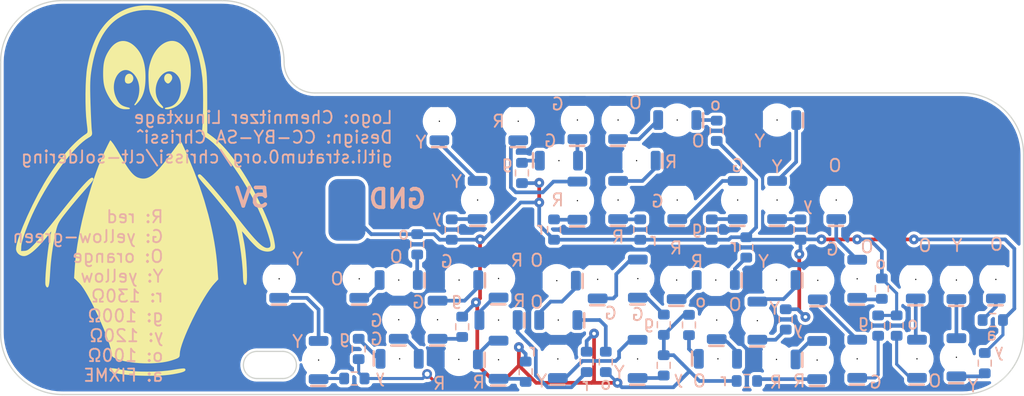
<source format=kicad_pcb>
(kicad_pcb (version 20211014) (generator pcbnew)
  (layers (0 "F.Cu" signal) (31 "B.Cu" signal) (34 "B.Paste" user) (35 "F.Paste" user) (36 "B.SilkS" user "B.Silkscreen") (37 "F.SilkS" user "F.Silkscreen") (38 "B.Mask" user) (39 "F.Mask" user) (44 "Edge.Cuts" user))
  (net 0 "")
  (net 1 "Net-(D101-Pad1)")
  (net 2 "+5V")
  (net 3 "Net-(D102-Pad1)")
  (net 4 "Net-(D103-Pad1)")
  (net 5 "Net-(D104-Pad1)")
  (net 6 "Net-(D105-Pad1)")
  (net 7 "Net-(D106-Pad1)")
  (net 8 "Net-(D107-Pad1)")
  (net 9 "Net-(D108-Pad1)")
  (net 10 "Net-(D109-Pad1)")
  (net 11 "Net-(D110-Pad1)")
  (net 12 "Net-(D111-Pad1)")
  (net 13 "Net-(D112-Pad1)")
  (net 14 "Net-(D113-Pad1)")
  (net 15 "Net-(D114-Pad1)")
  (net 16 "Net-(D115-Pad1)")
  (net 17 "Net-(D116-Pad1)")
  (net 18 "GND")
  (net 19 "Net-(D117-Pad1)")
  (net 20 "Net-(D118-Pad1)")
  (net 21 "Net-(D119-Pad1)")
  (net 22 "Net-(D120-Pad1)")
  (net 23 "Net-(D121-Pad1)")
  (net 24 "Net-(D122-Pad1)")
  (net 25 "Net-(D123-Pad1)")
  (net 26 "Net-(D124-Pad1)")
  (net 27 "Net-(D125-Pad1)")
  (net 28 "Net-(D126-Pad1)")
  (net 29 "Net-(D127-Pad1)")
  (net 30 "Net-(D128-Pad1)")
  (net 31 "Net-(D129-Pad1)")
  (net 32 "Net-(D130-Pad1)")
  (net 33 "Net-(D131-Pad1)")
  (net 34 "Net-(D132-Pad1)")
  (net 35 "Net-(D133-Pad1)")
  (net 36 "Net-(D134-Pad1)")
  (net 37 "Net-(D135-Pad1)")
  (net 38 "Net-(D136-Pad1)")
  (net 39 "Net-(D137-Pad1)")
  (net 40 "Net-(D138-Pad1)")
  (net 41 "Net-(D139-Pad1)")
  (net 42 "Net-(D140-Pad1)")
  (net 43 "Net-(D141-Pad1)")
  (net 44 "Net-(D142-Pad1)")
  (net 45 "Net-(D143-Pad1)")
  (net 46 "Net-(D144-Pad1)")
  (net 47 "Net-(D145-Pad1)")
  (net 48 "Net-(D146-Pad1)")
  (net 49 "Net-(D147-Pad1)")
  (net 50 "Net-(D148-Pad1)")
  (net 51 "Net-(D149-Pad1)")
  (footprint "Resistor_SMD:R_0603_1608Metric" (layer "B.Cu") (at 144.7 93.6 -90)
    (fp_text reference "R107" hide)
    (fp_text value "100R" hide)
  )
  (footprint "library:led_counterpost_1206" (layer "B.Cu") (at 132.25 100.95 180)
    (fp_text reference "D132" hide)
    (fp_text value "LTST-C230KFKT (orange)" hide)
  )
  (footprint "library:led_counterpost_1206" (layer "B.Cu") (at 127.4 104.175 90)
    (fp_text reference "D126" hide)
    (fp_text value "LTST-C230KRKT (red)" hide)
  )
  (footprint "library:led_counterpost_1206" (layer "B.Cu") (at 127.4 97.575 90)
    (fp_text reference "D117" hide)
    (fp_text value "LTST-C230KRKT (red)" hide)
  )
  (footprint "Resistor_SMD:R_0603_1608Metric" (layer "B.Cu") (at 142.85 101.35 90)
    (fp_text reference "R120" hide)
    (fp_text value "100R" hide)
  )
  (footprint "library:led_counterpost_1206" (layer "B.Cu") (at 119.375 104.1)
    (fp_text reference "D122" hide)
    (fp_text value "LTST-C230KGKT (yellow-green)" hide)
  )
  (footprint "Resistor_SMD:R_0603_1608Metric" (layer "B.Cu") (at 147.5 95.05 90)
    (fp_text reference "R117" hide)
    (fp_text value "130R" hide)
  )
  (footprint "library:led_counterpost_1206" (layer "B.Cu") (at 149.95 104.15 180)
    (fp_text reference "D141" hide)
    (fp_text value "LTST-C230KRKT (red)" hide)
  )
  (footprint "Resistor_SMD:R_0603_1608Metric" (layer "B.Cu") (at 115.7 105.7)
    (fp_text reference "R114" hide)
    (fp_text value "120R" hide)
  )
  (footprint "library:led_counterpost_1206" (layer "B.Cu") (at 122.45 100.925 90)
    (fp_text reference "D130" hide)
    (fp_text value "LTST-C230KGKT (yellow-green)" hide)
  )
  (footprint "Resistor_SMD:R_0603_1608Metric" (layer "B.Cu") (at 166.85 104.45 90)
    (fp_text reference "R122" hide)
    (fp_text value "120R" hide)
  )
  (footprint "library:led_counterpost_1206" (layer "B.Cu") (at 138.7 97.585 90)
    (fp_text reference "D138" hide)
    (fp_text value "LTST-C230KGKT (yellow-green)" hide)
  )
  (footprint "library:led_counterpost_1206" (layer "B.Cu") (at 148.4 101 90)
    (fp_text reference "D136" hide)
    (fp_text value "LTST-C230KSKT (yellow)" hide)
  )
  (footprint "library:pad" (layer "B.Cu") (at 111 92 180)
    (fp_text reference "J101" hide)
    (fp_text value "Conn_01x01_Male" hide)
  )
  (footprint "library:led_counterpost_1206" (layer "B.Cu") (at 145.1 100.95 90)
    (fp_text reference "D139" hide)
    (fp_text value "LTST-C230KFKT (orange)" hide)
  )
  (footprint "Resistor_SMD:R_0603_1608Metric" (layer "B.Cu") (at 129.6 105.15 90)
    (fp_text reference "R113" hide)
    (fp_text value "130R" hide)
  )
  (footprint "Resistor_SMD:R_0603_1608Metric" (layer "B.Cu") (at 131.9 93.6 -90)
    (fp_text reference "R101" hide)
    (fp_text value "130R" hide)
  )
  (footprint "Resistor_SMD:R_0603_1608Metric" (layer "B.Cu") (at 158.5 98.4 90)
    (fp_text reference "R108" hide)
    (fp_text value "100R" hide)
  )
  (footprint "library:led_counterpost_1206" (layer "B.Cu") (at 156.5 104.1 90)
    (fp_text reference "D146" hide)
    (fp_text value "LTST-C230KGKT (yellow-green)" hide)
  )
  (footprint "library:led_counterpost_1206" (layer "B.Cu") (at 154.8 91.2 90)
    (fp_text reference "D115" hide)
    (fp_text value "LTST-C230KFKT (orange)" hide)
  )
  (footprint "library:led_counterpost_1206" (layer "B.Cu") (at 112.8 104.2 90)
    (fp_text reference "D128" hide)
    (fp_text value "LTST-C230KSKT (yellow)" hide)
  )
  (footprint "Resistor_SMD:R_0603_1608Metric" (layer "B.Cu") (at 138.9 93.6 -90)
    (fp_text reference "R105" hide)
    (fp_text value "130R" hide)
  )
  (footprint "library:led_counterpost_1206" (layer "B.Cu") (at 161.25 97.65 90)
    (fp_text reference "D147" hide)
    (fp_text value "LTST-C230KFKT (orange)" hide)
  )
  (footprint "Resistor_SMD:R_0603_1608Metric" (layer "B.Cu") (at 124.45 101.5 90)
    (fp_text reference "R115" hide)
    (fp_text value "100R" hide)
  )
  (footprint "Resistor_SMD:R_0603_1608Metric" (layer "B.Cu") (at 120.8 94.8 90)
    (fp_text reference "R112" hide)
    (fp_text value "100R" hide)
  )
  (footprint "Resistor_SMD:R_0603_1608Metric" (layer "B.Cu") (at 129.3 89 -90)
    (fp_text reference "R103" hide)
    (fp_text value "100R" hide)
  )
  (footprint "Resistor_SMD:R_0603_1608Metric" (layer "B.Cu") (at 134.55 104.35 90)
    (fp_text reference "R109" hide)
    (fp_text value "130R" hide)
  )
  (footprint "library:led_counterpost_1206" (layer "B.Cu") (at 150 91.2 90)
    (fp_text reference "D104" hide)
    (fp_text value "LTST-C230KSKT (yellow)" hide)
  )
  (footprint "library:led_counterpost_1206" (layer "B.Cu") (at 125.7 91.2 90)
    (fp_text reference "D112" hide)
    (fp_text value "LTST-C230KSKT (yellow)" hide)
  )
  (footprint "Resistor_SMD:R_0603_1608Metric" (layer "B.Cu") (at 123.6 93.6 -90)
    (fp_text reference "R106" hide)
    (fp_text value "120R" hide)
  )
  (footprint "Resistor_SMD:R_0603_1608Metric" (layer "B.Cu") (at 116.05 103.3 -90)
    (fp_text reference "R111" hide)
    (fp_text value "100R" hide)
  )
  (footprint "library:led_counterpost_1206" (layer "B.Cu") (at 145.2 104.1)
    (fp_text reference "D140" hide)
    (fp_text value "LTST-C230KFKT (orange)" hide)
  )
  (footprint "library:led_counterpost_1206" (layer "B.Cu") (at 133.8 84.7 90)
    (fp_text reference "D105" hide)
    (fp_text value "LTST-C230KGKT (yellow-green)" hide)
  )
  (footprint "library:led_counterpost_1206" (layer "B.Cu") (at 127.4 100.95 180)
    (fp_text reference "D118" hide)
    (fp_text value "LTST-C230KRKT (red)" hide)
  )
  (footprint "library:led_counterpost_1206" (layer "B.Cu") (at 138.68 104.11 90)
    (fp_text reference "D120" hide)
    (fp_text value "LTST-C230KSKT (yellow)" hide)
  )
  (footprint "library:led_counterpost_1206" (layer "B.Cu") (at 129 84.8 90)
    (fp_text reference "D101" hide)
    (fp_text value "LTST-C230KRKT (red)" hide)
  )
  (footprint "library:led_counterpost_1206" (layer "B.Cu") (at 138.6 88 180)
    (fp_text reference "D109" hide)
    (fp_text value "LTST-C230KRKT (red)" hide)
  )
  (footprint "Resistor_SMD:R_0603_1608Metric" (layer "B.Cu") (at 140.8 104.63 90)
    (fp_text reference "R110" hide)
    (fp_text value "120R" hide)
  )
  (footprint "library:led_counterpost_1206" (layer "B.Cu") (at 137.1 91.2 90)
    (fp_text reference "D110" hide)
    (fp_text value "LTST-C230KRKT (red)" hide)
  )
  (footprint "library:led_counterpost_1206" (layer "B.Cu") (at 153.25 104.2 90)
    (fp_text reference "D142" hide)
    (fp_text value "LTST-C230KRKT (red)" hide)
  )
  (footprint "library:led_counterpost_1206" (layer "B.Cu") (at 132.125 97.75 180)
    (fp_text reference "D131" hide)
    (fp_text value "LTST-C230KFKT (orange)" hide)
  )
  (footprint "Resistor_SMD:R_0603_1608Metric" (layer "B.Cu") (at 136.1 104.35 -90)
    (fp_text reference "R116" hide)
    (fp_text value "100R" hide)
  )
  (footprint "library:led_counterpost_1206" (layer "B.Cu") (at 167.75 97.65 90)
    (fp_text reference "D149" hide)
    (fp_text value "LTST-C230KFKT (orange)" hide)
  )
  (footprint "library:led_counterpost_1206" (layer "B.Cu") (at 164.55 103.975 90)
    (fp_text reference "D144" hide)
    (fp_text value "LTST-C230KSKT (yellow)" hide)
  )
  (footprint "library:led_counterpost_1206" (layer "B.Cu") (at 119.3 100.925 90)
    (fp_text reference "D121" hide)
    (fp_text value "LTST-C230KGKT (yellow-green)" hide)
  )
  (footprint "library:led_counterpost_1206" (layer "B.Cu") (at 153.3 97.725 90)
    (fp_text reference "D145" hide)
    (fp_text value "LTST-C230KGKT (yellow-green)" hide)
  )
  (footprint "library:led_counterpost_1206" (layer "B.Cu") (at 146.8 91.2 90)
    (fp_text reference "D114" hide)
    (fp_text value "LTST-C230KGKT (yellow-green)" hide)
  )
  (footprint "Resistor_SMD:R_0603_1608Metric" (layer "B.Cu") (at 145.1 85.575 -90)
    (fp_text reference "R104" hide)
    (fp_text value "100R" hide)
  )
  (footprint "Resistor_SMD:R_0603_1608Metric" (layer "B.Cu") (at 140.81 101.33 -90)
    (fp_text reference "R119" hide)
    (fp_text value "100R" hide)
  )
  (footprint "Resistor_SMD:R_0603_1608Metric" (layer "B.Cu") (at 150.7 100.9 90)
    (fp_text reference "R118" hide)
    (fp_text value "120R" hide)
  )
  (footprint "library:led_counterpost_1206" (layer "B.Cu") (at 141.9 84.7 180)
    (fp_text reference "D108" hide)
    (fp_text value "LTST-C230KFKT (orange)" hide)
  )
  (footprint "library:led_counterpost_1206" (layer "B.Cu") (at 145.025 97.7 180)
    (fp_text reference "D134" hide)
    (fp_text value "LTST-C230KRKT (red)" hide)
  )
  (footprint "library:led_counterpost_1206" (layer "B.Cu") (at 122.6 84.8 90)
    (fp_text reference "D111" hide)
    (fp_text value "LTST-C230KSKT (yellow)" hide)
  )
  (footprint "library:led_counterpost_1206" (layer "B.Cu") (at 137.1 84.7 90)
    (fp_text reference "D107" hide)
    (fp_text value "LTST-C230KFKT (orange)" hide)
  )
  (footprint "library:led_counterpost_1206" (layer "B.Cu") (at 150 84.7 180)
    (fp_text reference "D103" hide)
    (fp_text value "LTST-C230KSKT (yellow)" hide)
  )
  (footprint "library:led_counterpost_1206" (layer "B.Cu") (at 124.175 104.15 180)
    (fp_text reference "D125" hide)
    (fp_text value "LTST-C230KRKT (red)" hide)
  )
  (footprint "library:led_counterpost_1206" (layer "B.Cu") (at 109.6 97.6 90)
    (fp_text reference "D127" hide)
    (fp_text value "LTST-C230KSKT (yellow)" hide)
  )
  (footprint "library:led_counterpost_1206" (layer "B.Cu") (at 119.3 97.7 180)
    (fp_text reference "D124" hide)
    (fp_text value "LTST-C230KFKT (orange)" hide)
  )
  (footprint "library:led_counterpost_1206" (layer "B.Cu") (at 135.44 97.645 90)
    (fp_text reference "D137" hide)
    (fp_text value "LTST-C230KGKT (yellow-green)" hide)
  )
  (footprint "library:led_counterpost_1206" (layer "B.Cu") (at 161.35 104.1 90)
    (fp_text reference "D148" hide)
    (fp_text value "LTST-C230KFKT (orange)" hide)
  )
  (footprint "library:led_counterpost_1206" (layer "B.Cu") (at 124.2 97.7 180)
    (fp_text reference "D129" hide)
    (fp_text value "LTST-C230KGKT (yellow-green)" hide)
  )
  (footprint "library:led_counterpost_1206" (layer "B.Cu") (at 116.1 97.6 90)
    (fp_text reference "D123" hide)
    (fp_text value "LTST-C230KFKT (orange)" hide)
  )
  (footprint "Resistor_SMD:R_0603_1608Metric" (layer "B.Cu") (at 167.5 100.95)
    (fp_text reference "R125" hide)
    (fp_text value "FIXME" hide)
  )
  (footprint "library:led_counterpost_1206" (layer "B.Cu") (at 156.5 97.6 90)
    (fp_text reference "D116" hide)
    (fp_text value "LTST-C230KFKT (orange)" hide)
  )
  (footprint "library:led_counterpost_1206" (layer "B.Cu") (at 141.9 91.2 90)
    (fp_text reference "D113" hide)
    (fp_text value "LTST-C230KGKT (yellow-green)" hide)
  )
  (footprint "Resistor_SMD:R_0603_1608Metric" (layer "B.Cu") (at 151.9 93.6 -90)
    (fp_text reference "R102" hide)
    (fp_text value "120R" hide)
  )
  (footprint "library:pad" (layer "B.Cu") (at 115.3 92 180)
    (fp_text reference "J102" hide)
    (fp_text value "Conn_01x01_Male" hide)
  )
  (footprint "library:led_counterpost_1206" (layer "B.Cu") (at 149.95 97.7 180)
    (fp_text reference "D135" hide)
    (fp_text value "LTST-C230KSKT (yellow)" hide)
  )
  (footprint "Resistor_SMD:R_0603_1608Metric" (layer "B.Cu") (at 159.7 101.4 90)
    (fp_text reference "R124" hide)
    (fp_text value "100R" hide)
  )
  (footprint "library:led_counterpost_1206" (layer "B.Cu") (at 164.55 97.7 90)
    (fp_text reference "D143" hide)
    (fp_text value "LTST-C230KSKT (yellow)" hide)
  )
  (footprint "library:led_counterpost_1206" (layer "B.Cu") (at 133.8 91.25 90)
    (fp_text reference "D102" hide)
    (fp_text value "LTST-C230KRKT (red)" hide)
  )
  (footprint "library:led_counterpost_1206" (layer "B.Cu") (at 132.3 88)
    (fp_text reference "D106" hide)
    (fp_text value "LTST-C230KGKT (yellow-green)" hide)
  )
  (footprint "Resistor_SMD:R_0603_1608Metric" (layer "B.Cu") (at 158.2 101.4 90)
    (fp_text reference "R123" hide)
    (fp_text value "100R" hide)
  )
  (footprint "library:led_counterpost_1206" (layer "B.Cu") (at 141.85 97.7 90)
    (fp_text reference "D133" hide)
    (fp_text value "LTST-C230KRKT (red)" hide)
  )
  (footprint "Resistor_SMD:R_0603_1608Metric" (layer "B.Cu") (at 147.55 105.9 180)
    (fp_text reference "R121" hide)
    (fp_text value "130R" hide)
  )
  (footprint "library:led_counterpost_1206" (layer "B.Cu") (at 132.21 104.11 90)
    (fp_text reference "D119" hide)
    (fp_text value "LTST-C230KSKT (yellow)" hide)
  )
  (gr_poly (pts (xy 94.985821 105.276031) (xy 95.068977 105.236938) (xy 95.144744 105.198471) (xy 95.213501 105.160163) (xy 95.275623 105.121547) (xy 95.331489 105.082156) (xy 95.381473 105.041522) (xy 95.404378 105.020593) (xy 95.425955 104.999179) (xy 95.446249 104.97722) (xy 95.46531 104.954658) (xy 95.483182 104.931435) (xy 95.499915 104.907493) (xy 95.515554 104.882773) (xy 95.530147 104.857217) (xy 95.543741 104.830766) (xy 95.556384 104.803361) (xy 95.579001 104.74546) (xy 95.598377 104.683046) (xy 95.614887 104.61565) (xy 95.628909 104.542808) (xy 95.64082 104.46405) (xy 95.647231 104.376167) (xy 95.645761 104.270138) (xy 95.636808 104.147649) (xy 95.620766 104.010383) (xy 95.598032 103.860024) (xy 95.569002 103.698258) (xy 95.534072 103.526769) (xy 95.493638 103.34724) (xy 95.448095 103.161357) (xy 95.397841 102.970803) (xy 95.343271 102.777263) (xy 95.284781 102.582422) (xy 95.222768 102.387964) (xy 95.157626 102.195573) (xy 95.089752 102.006934) (xy 95.019543 101.82373) (xy 94.870701 101.471621) (xy 94.668825 101.026904) (xy 94.432486 100.527128) (xy 94.180256 100.009841) (xy 93.930708 99.512594) (xy 93.702411 99.072934) (xy 93.513939 98.72841) (xy 93.383862 98.516571) (xy 93.332837 98.449631) (xy 93.277155 98.385354) (xy 93.217235 98.323969) (xy 93.153494 98.265704) (xy 93.086351 98.210787) (xy 93.016223 98.159447) (xy 92.943529 98.111913) (xy 92.868687 98.068412) (xy 92.792115 98.029174) (xy 92.71423 97.994426) (xy 92.635451 97.964397) (xy 92.556197 97.939316) (xy 92.476884 97.919411) (xy 92.397932 97.90491) (xy 92.319757 97.896042) (xy 92.281093 97.893792) (xy 92.242779 97.893035) (xy 92.155047 97.895438) (xy 92.072341 97.90266) (xy 91.994637 97.914721) (xy 91.921907 97.931639) (xy 91.887401 97.941926) (xy 91.854128 97.953435) (xy 91.822087 97.966168) (xy 91.791274 97.980127) (xy 91.761685 97.995316) (xy 91.733319 98.011737) (xy 91.70617 98.029391) (xy 91.680237 98.048282) (xy 91.655516 98.068412) (xy 91.632004 98.089783) (xy 91.609698 98.112398) (xy 91.588594 98.13626) (xy 91.56869 98.16137) (xy 91.549982 98.187731) (xy 91.532466 98.215345) (xy 91.516141 98.244216) (xy 91.501002 98.274345) (xy 91.487047 98.305735) (xy 91.474272 98.338388) (xy 91.462674 98.372308) (xy 91.442997 98.443953) (xy 91.42799 98.52069) (xy 91.372876 98.865448) (xy 90.937817 98.823638) (xy 90.840833 98.8168) (xy 90.750842 98.815742) (xy 90.70839 98.817445) (xy 90.667591 98.820671) (xy 90.628414 98.825445) (xy 90.590828 98.831793) (xy 90.554801 98.839742) (xy 90.520301 98.849317) (xy 90.487297 98.860544) (xy 90.455758 98.873449) (xy 90.42565 98.888058) (xy 90.396944 98.904397) (xy 90.369608 98.922491) (xy 90.343609 98.942367) (xy 90.318917 98.96405) (xy 90.2955 98.987567) (xy 90.273326 99.012943) (xy 90.252364 99.040204) (xy 90.232582 99.069376) (xy 90.213948 99.100485) (xy 90.196432 99.133557) (xy 90.180001 99.168618) (xy 90.164624 99.205693) (xy 90.150269 99.244809) (xy 90.136905 99.285991) (xy 90.124501 99.329265) (xy 90.102443 99.422194) (xy 90.083844 99.523803) (xy 90.063196 99.647115) (xy 90.053474 99.697099) (xy 90.043555 99.739877) (xy 90.032989 99.775877) (xy 90.027323 99.79147) (xy 90.021326 99.80553) (xy 90.014943 99.818111) (xy 90.008117 99.829266) (xy 90.000793 99.839049) (xy 89.992913 99.847515) (xy 89.984422 99.854716) (xy 89.975263 99.860706) (xy 89.965381 99.86554) (xy 89.954719 99.86927) (xy 89.943221 99.871952) (xy 89.930831 99.873637) (xy 89.917492 99.874381) (xy 89.903149 99.874237) (xy 89.871224 99.8715) (xy 89.834606 99.865855) (xy 89.792846 99.857733) (xy 89.745495 99.847564) (xy 89.671804 99.834513) (xy 89.598769 99.827745) (xy 89.526664 99.827127) (xy 89.455763 99.832523) (xy 89.386338 99.843796) (xy 89.318664 99.860812) (xy 89.253013 99.883435) (xy 89.18966 99.911529) (xy 89.128876 99.944959) (xy 89.070936 99.983589) (xy 89.016113 100.027284) (xy 88.964681 100.075908) (xy 88.916912 100.129326) (xy 88.87308 100.187402) (xy 88.833459 100.25) (xy 88.798321 100.316986) (xy 88.770361 100.380897) (xy 88.746997 100.445235) (xy 88.728245 100.510172) (xy 88.714122 100.57588) (xy 88.704645 100.642532) (xy 88.69983 100.7103) (xy 88.699694 100.779356) (xy 88.704255 100.849872) (xy 88.713527 100.922021) (xy 88.727529 100.995975) (xy 88.746277 101.071905) (xy 88.769787 101.149985) (xy 88.798076 101.230387) (xy 88.831161 101.313282) (xy 88.869059 101.398844) (xy 88.911786 101.487243) (xy 88.998677 101.641658) (xy 89.113518 101.816473) (xy 89.253322 102.00859) (xy 89.415102 102.214912) (xy 89.595868 102.432343) (xy 89.792635 102.657784) (xy 90.002414 102.88814) (xy 90.222218 103.120311) (xy 90.44906 103.351202) (xy 90.679951 103.577716) (xy 90.911905 103.796754) (xy 91.141933 104.00522) (xy 91.367049 104.200016) (xy 91.584264 104.378046) (xy 91.790592 104.536212) (xy 91.983044 104.671417) (xy 92.183587 104.798356) (xy 92.386292 104.914188) (xy 92.590328 105.018745) (xy 92.794865 105.111861) (xy 92.999071 105.193369) (xy 93.202115 105.2631) (xy 93.403167 105.320888) (xy 93.601395 105.366565) (xy 93.795969 105.399965) (xy 93.986057 105.42092) (xy 94.170828 105.429263) (xy 94.349452 105.424826) (xy 94.521097 105.407442) (xy 94.684933 105.376945) (xy 94.840128 105.333166) (xy 94.985852 105.27594) (xy 94.985821 105.276031)) (layer "F.Cu") (width 0.090994) (fill solid))
  (gr_poly (pts (xy 104.822186 104.884338) (xy 104.990003 104.812655) (xy 105.159047 104.733394) (xy 105.329479 104.646439) (xy 105.501458 104.551675) (xy 105.675141 104.448986) (xy 105.850689 104.338258) (xy 106.028259 104.219374) (xy 106.208012 104.09222) (xy 106.390106 103.95668) (xy 106.5747 103.812638) (xy 106.761952 103.659979) (xy 106.952023 103.498589) (xy 107.145071 103.32835) (xy 107.341254 103.149149) (xy 107.540732 102.96087) (xy 107.743664 102.763397) (xy 107.934589 102.573219) (xy 108.10674 102.397862) (xy 108.261007 102.235924) (xy 108.398282 102.085998) (xy 108.519455 101.946681) (xy 108.625417 101.816568) (xy 108.71706 101.694256) (xy 108.795273 101.578338) (xy 108.860949 101.467412) (xy 108.914977 101.360072) (xy 108.958249 101.254915) (xy 108.991655 101.150535) (xy 109.016087 101.045529) (xy 109.032436 100.938492) (xy 109.041592 100.828019) (xy 109.044446 100.712707) (xy 109.043498 100.662192) (xy 109.040668 100.61314) (xy 109.035976 100.565569) (xy 109.029439 100.519496) (xy 109.021077 100.47494) (xy 109.01091 100.431917) (xy 108.998955 100.390446) (xy 108.985234 100.350545) (xy 108.969764 100.31223) (xy 108.952564 100.275519) (xy 108.933655 100.240431) (xy 108.913054 100.206983) (xy 108.890781 100.175192) (xy 108.866855 100.145077) (xy 108.841296 100.116654) (xy 108.814122 100.089943) (xy 108.785352 100.064959) (xy 108.755006 100.041721) (xy 108.723102 100.020247) (xy 108.689661 100.000554) (xy 108.6547 99.98266) (xy 108.618239 99.966582) (xy 108.580298 99.952339) (xy 108.540894 99.939948) (xy 108.500048 99.929426) (xy 108.457778 99.920791) (xy 108.414104 99.914062) (xy 108.369045 99.909255) (xy 108.322619 99.906388) (xy 108.274846 99.90548) (xy 108.225745 99.906546) (xy 108.175335 99.909607) (xy 107.77052 99.941803) (xy 107.77052 99.612182) (xy 107.769632 99.575105) (xy 107.76701 99.537374) (xy 107.762712 99.499172) (xy 107.756801 99.460682) (xy 107.749336 99.422087) (xy 107.740377 99.383569) (xy 107.729985 99.345311) (xy 107.71822 99.307495) (xy 107.705143 99.270304) (xy 107.690813 99.233921) (xy 107.675292 99.198528) (xy 107.658639 99.164309) (xy 107.640916 99.131445) (xy 107.622181 99.10012) (xy 107.602496 99.070516) (xy 107.581921 99.042816) (xy 107.552838 99.006991) (xy 107.52457 98.974791) (xy 107.510591 98.959993) (xy 107.496636 98.946033) (xy 107.482644 98.932889) (xy 107.468555 98.920538) (xy 107.45431 98.908956) (xy 107.439847 98.898122) (xy 107.425106 98.888013) (xy 107.410029 98.878607) (xy 107.394553 98.869879) (xy 107.37862 98.861809) (xy 107.362168 98.854373) (xy 107.345139 98.847549) (xy 107.327471 98.841314) (xy 107.309105 98.835645) (xy 107.289981 98.83052) (xy 107.270037 98.825916) (xy 107.249215 98.82181) (xy 107.227453 98.81818) (xy 107.204693 98.815003) (xy 107.180873 98.812257) (xy 107.129814 98.807966) (xy 107.073797 98.805125) (xy 107.012338 98.803553) (xy 106.944958 98.80307) (xy 106.496594 98.80307) (xy 106.496594 98.484588) (xy 106.494987 98.42817) (xy 106.490217 98.373693) (xy 106.482364 98.321197) (xy 106.471506 98.270724) (xy 106.45772 98.222313) (xy 106.441085 98.176007) (xy 106.42168 98.131844) (xy 106.399582 98.089868) (xy 106.37487 98.050117) (xy 106.347623 98.012633) (xy 106.317919 97.977456) (xy 106.285835 97.944628) (xy 106.251451 97.914189) (xy 106.214844 97.886179) (xy 106.176094 97.86064) (xy 106.135277 97.837612) (xy 106.092473 97.817136) (xy 106.047761 97.799252) (xy 106.001217 97.784002) (xy 105.952921 97.771427) (xy 105.90295 97.761566) (xy 105.851384 97.754461) (xy 105.7983 97.750152) (xy 105.743777 97.74868) (xy 105.687893 97.750086) (xy 105.630727 97.754411) (xy 105.572356 97.761695) (xy 105.512859 97.77198) (xy 105.452315 97.785305) (xy 105.390801 97.801712) (xy 105.328397 97.821241) (xy 105.265179 97.843933) (xy 105.172916 97.882305) (xy 105.083714 97.926202) (xy 105.040011 97.950508) (xy 104.996773 97.976539) (xy 104.953902 98.004411) (xy 104.911298 98.034237) (xy 104.86886 98.066134) (xy 104.826489 98.100214) (xy 104.784085 98.136594) (xy 104.741549 98.175388) (xy 104.655681 98.260678) (xy 104.568085 98.357002) (xy 104.477965 98.465278) (xy 104.384523 98.586426) (xy 104.286961 98.721363) (xy 104.184481 98.871008) (xy 104.076285 99.03628) (xy 103.961575 99.218097) (xy 103.839554 99.417378) (xy 103.709424 99.63504) (xy 103.231765 100.47212) (xy 103.019061 100.868741) (xy 102.824071 101.249942) (xy 102.64702 101.615117) (xy 102.488132 101.963659) (xy 102.34763 102.294964) (xy 102.225739 102.608425) (xy 102.122682 102.903436) (xy 102.038684 103.179392) (xy 101.973968 103.435686) (xy 101.928759 103.671713) (xy 101.903279 103.886867) (xy 101.897754 104.080542) (xy 101.912406 104.252132) (xy 101.947461 104.401031) (xy 101.974115 104.470317) (xy 102.007178 104.5365) (xy 102.046417 104.59954) (xy 102.091599 104.659398) (xy 102.142491 104.716035) (xy 102.198858 104.769412) (xy 102.260468 104.819489) (xy 102.327087 104.866228) (xy 102.398483 104.909589) (xy 102.474421 104.949533) (xy 102.554669 104.98602) (xy 102.638993 105.019011) (xy 102.727159 105.048468) (xy 102.818935 105.074351) (xy 102.914088 105.096621) (xy 103.012383 105.115238) (xy 103.113588 105.130163) (xy 103.217469 105.141358) (xy 103.323793 105.148782) (xy 103.432326 105.152397) (xy 103.542836 105.152163) (xy 103.655089 105.148042) (xy 103.768852 105.139993) (xy 103.883891 105.127978) (xy 103.999973 105.111958) (xy 104.116865 105.091893) (xy 104.234333 105.067744) (xy 104.352145 105.039472) (xy 104.470066 105.007038) (xy 104.587864 104.970402) (xy 104.705305 104.929525) (xy 104.822155 104.884368) (xy 104.822186 104.884338)) (layer "F.Cu") (width 0.090994) (fill solid))
  (gr_poly (pts (xy 99.095379 88.875457) (xy 99.159157 88.825853) (xy 99.246272 88.742595) (xy 99.354088 88.629019) (xy 99.479968 88.48846) (xy 99.775367 88.139732) (xy 100.111371 87.723095) (xy 100.466881 87.265228) (xy 100.820799 86.792814) (xy 101.152027 86.332535) (xy 101.302538 86.115284) (xy 101.439465 85.911071) (xy 101.491631 85.827019) (xy 101.539317 85.740639) (xy 101.582416 85.652515) (xy 101.620821 85.56323) (xy 101.654427 85.473365) (xy 101.683125 85.383505) (xy 101.706811 85.294231) (xy 101.725377 85.206127) (xy 101.738716 85.119774) (xy 101.746722 85.035757) (xy 101.749289 84.954656) (xy 101.74631 84.877056) (xy 101.737678 84.803539) (xy 101.723287 84.734687) (xy 101.70303 84.671084) (xy 101.6768 84.613311) (xy 101.6633 84.590089) (xy 101.64783 84.567118) (xy 101.630463 84.544431) (xy 101.611272 84.522058) (xy 101.590328 84.500033) (xy 101.567705 84.478387) (xy 101.543476 84.457151) (xy 101.517712 84.436358) (xy 101.461871 84.396226) (xy 101.400765 84.358248) (xy 101.334973 84.322677) (xy 101.265076 84.289768) (xy 101.191655 84.259776) (xy 101.11529 84.232957) (xy 101.036561 84.209564) (xy 100.95605 84.189853) (xy 100.874337 84.174078) (xy 100.792002 84.162495) (xy 100.709626 84.155359) (xy 100.627789 84.152923) (xy 100.592055 84.151545) (xy 100.551967 84.147501) (xy 100.507959 84.140928) (xy 100.460468 84.131962) (xy 100.40993 84.120739) (xy 100.35678 84.107395) (xy 100.301454 84.092067) (xy 100.244389 84.07489) (xy 100.18602 84.056) (xy 100.126783 84.035535) (xy 100.067113 84.013629) (xy 100.007448 83.99042) (xy 99.948222 83.966043) (xy 99.889871 83.940634) (xy 99.832831 83.914331) (xy 99.777539 83.887268) (xy 99.627209 83.81283) (xy 99.488986 83.747845) (xy 99.361358 83.692221) (xy 99.242816 83.645868) (xy 99.131848 83.608698) (xy 99.026942 83.58062) (xy 98.926589 83.561544) (xy 98.829278 83.55138) (xy 98.78129 83.549612) (xy 98.733496 83.550038) (xy 98.637734 83.557429) (xy 98.54048 83.573462) (xy 98.440224 83.598048) (xy 98.335454 83.631097) (xy 98.22466 83.672518) (xy 98.10633 83.722223) (xy 97.978955 83.78012) (xy 97.849967 83.838241) (xy 97.715551 83.894713) (xy 97.579656 83.948139) (xy 97.446229 83.997123) (xy 97.319217 84.040268) (xy 97.202569 84.076176) (xy 97.100233 84.103451) (xy 97.055665 84.113415) (xy 97.016156 84.120697) (xy 96.917976 84.139175) (xy 96.823348 84.162549) (xy 96.732488 84.19065) (xy 96.645612 84.223312) (xy 96.562937 84.260369) (xy 96.484678 84.301653) (xy 96.411052 84.346999) (xy 96.342274 84.39624) (xy 96.278561 84.449208) (xy 96.220129 84.505738) (xy 96.167194 84.565662) (xy 96.119972 84.628814) (xy 96.078679 84.695028) (xy 96.043531 84.764136) (xy 96.014744 84.835972) (xy 95.992535 84.910369) (xy 95.975025 84.99053) (xy 95.963142 85.069484) (xy 95.957226 85.14822) (xy 95.956611 85.187815) (xy 95.957616 85.227727) (xy 95.960282 85.268077) (xy 95.964652 85.308991) (xy 95.970769 85.350592) (xy 95.978675 85.393003) (xy 95.988412 85.436348) (xy 96.000024 85.480749) (xy 96.029038 85.573219) (xy 96.066058 85.6714) (xy 96.111423 85.77628) (xy 96.165473 85.888848) (xy 96.228548 86.010092) (xy 96.300988 86.141001) (xy 96.383132 86.282561) (xy 96.47532 86.435762) (xy 96.577893 86.601593) (xy 96.775282 86.921083) (xy 96.993119 87.280437) (xy 97.204942 87.635642) (xy 97.384289 87.942688) (xy 97.498958 88.135689) (xy 97.61015 88.309397) (xy 97.718392 88.464097) (xy 97.824205 88.600074) (xy 97.876365 88.661132) (xy 97.928115 88.717616) (xy 97.979519 88.769562) (xy 98.030645 88.817006) (xy 98.081556 88.859984) (xy 98.132319 88.898532) (xy 98.182999 88.932685) (xy 98.233662 88.962478) (xy 98.284373 88.987949) (xy 98.335197 89.009131) (xy 98.386201 89.026062) (xy 98.437449 89.038776) (xy 98.489007 89.04731) (xy 98.540941 89.0517) (xy 98.593316 89.05198) (xy 98.646198 89.048187) (xy 98.699652 89.040356) (xy 98.753743 89.028523) (xy 98.808537 89.012725) (xy 98.8641 88.992995) (xy 98.920498 88.969371) (xy 98.977794 88.941888) (xy 99.036056 88.910582) (xy 99.095349 88.875488) (xy 99.095379 88.875457)) (layer "F.Cu") (width 0.090994) (fill solid))
  (gr_poly (pts (xy 101.121167 83.610443) (xy 101.197344 83.568789) (xy 101.27162 83.522579) (xy 101.343947 83.471927) (xy 101.414279 83.416945) (xy 101.482569 83.357744) (xy 101.548769 83.294439) (xy 101.612834 83.227139) (xy 101.674717 83.15596) (xy 101.73437 83.081012) (xy 101.791748 83.002408) (xy 101.846803 82.92026) (xy 101.899489 82.834681) (xy 101.949758 82.745784) (xy 101.997565 82.65368) (xy 102.042862 82.558483) (xy 102.085602 82.460304) (xy 102.12574 82.359256) (xy 102.163228 82.255451) (xy 102.198019 82.149002) (xy 102.230067 82.040021) (xy 102.259325 81.928621) (xy 102.285746 81.814914) (xy 102.32989 81.581028) (xy 102.362127 81.339262) (xy 102.382081 81.090517) (xy 102.38938 80.835691) (xy 102.388166 80.706278) (xy 102.383648 80.575683) (xy 102.372795 80.401407) (xy 102.356993 80.234384) (xy 102.336178 80.074456) (xy 102.310287 79.921463) (xy 102.279256 79.775246) (xy 102.24302 79.635646) (xy 102.201517 79.502505) (xy 102.154683 79.375663) (xy 102.102453 79.254962) (xy 102.044764 79.140242) (xy 101.981553 79.031345) (xy 101.912755 78.928112) (xy 101.838308 78.830383) (xy 101.758146 78.737999) (xy 101.672207 78.650803) (xy 101.580426 78.568634) (xy 101.505671 78.510622) (xy 101.428863 78.460471) (xy 101.350213 78.418057) (xy 101.269926 78.383254) (xy 101.188213 78.355938) (xy 101.10528 78.335985) (xy 101.021336 78.323269) (xy 100.936589 78.317667) (xy 100.851248 78.319052) (xy 100.76552 78.327301) (xy 100.679614 78.342289) (xy 100.593737 78.363891) (xy 100.508099 78.391982) (xy 100.422906 78.426438) (xy 100.338368 78.467135) (xy 100.254693 78.513946) (xy 100.172088 78.566748) (xy 100.090762 78.625416) (xy 100.010922 78.689825) (xy 99.932778 78.759851) (xy 99.856538 78.835369) (xy 99.782409 78.916254) (xy 99.710599 79.002381) (xy 99.641317 79.093626) (xy 99.574772 79.189863) (xy 99.51117 79.29097) (xy 99.450721 79.39682) (xy 99.393632 79.507288) (xy 99.340112 79.622251) (xy 99.290369 79.741584) (xy 99.24461 79.865161) (xy 99.203045 79.992858) (xy 99.176064 80.084114) (xy 99.151835 80.171548) (xy 99.130267 80.256059) (xy 99.111269 80.338542) (xy 99.094752 80.419893) (xy 99.080623 80.501009) (xy 99.068793 80.582785) (xy 99.05917 80.666118) (xy 99.051665 80.751904) (xy 99.046186 80.841039) (xy 99.042643 80.93442) (xy 99.040946 81.032942) (xy 99.041002 81.137501) (xy 99.042723 81.248995) (xy 99.050793 81.496368) (xy 99.063412 81.757027) (xy 99.078983 81.97295) (xy 99.088533 82.067115) (xy 99.09961 82.153672) (xy 99.112478 82.233812) (xy 99.1274 82.308727) (xy 99.144638 82.379609) (xy 99.164456 82.44765) (xy 99.187117 82.514042) (xy 99.212884 82.579976) (xy 99.242021 82.646645) (xy 99.274789 82.71524) (xy 99.352276 82.862976) (xy 99.380549 82.91323) (xy 99.410535 82.963859) (xy 99.441972 83.014526) (xy 99.474598 83.064892) (xy 99.54237 83.163369) (xy 99.611752 83.256584) (xy 99.646392 83.300372) (xy 99.680648 83.34183) (xy 99.714258 83.38062) (xy 99.74696 83.416403) (xy 99.778492 83.448842) (xy 99.808592 83.477597) (xy 99.836997 83.50233) (xy 99.863446 83.522705) (xy 99.925097 83.566015) (xy 99.979213 83.602777) (xy 100.025797 83.632986) (xy 100.064851 83.65664) (xy 100.09638 83.673733) (xy 100.120387 83.684263) (xy 100.129571 83.687065) (xy 100.136875 83.688225) (xy 100.142301 83.687742) (xy 100.145848 83.685615) (xy 100.147517 83.681845) (xy 100.147308 83.67643) (xy 100.145222 83.669371) (xy 100.141259 83.660666) (xy 100.127704 83.638319) (xy 100.106647 83.609385) (xy 100.078091 83.57386) (xy 100.042039 83.531741) (xy 99.998494 83.483023) (xy 99.947461 83.427703) (xy 99.921205 83.398052) (xy 99.894641 83.365087) (xy 99.867952 83.329154) (xy 99.841319 83.290601) (xy 99.814924 83.249776) (xy 99.78895 83.207026) (xy 99.763578 83.162699) (xy 99.738991 83.117141) (xy 99.715371 83.070701) (xy 99.692899 83.023726) (xy 99.671758 82.976563) (xy 99.65213 82.929559) (xy 99.634197 82.883063) (xy 99.618141 82.837421) (xy 99.604144 82.792981) (xy 99.592389 82.750091) (xy 99.566193 82.628929) (xy 99.548429 82.508147) (xy 99.538757 82.388119) (xy 99.536837 82.26922) (xy 99.542329 82.151825) (xy 99.554895 82.036308) (xy 99.574195 81.923044) (xy 99.599888 81.812408) (xy 99.631637 81.704773) (xy 99.6691 81.600514) (xy 99.711939 81.500007) (xy 99.759814 81.403625) (xy 99.812386 81.311743) (xy 99.869315 81.224736) (xy 99.930261 81.142978) (xy 99.994885 81.066845) (xy 100.062848 80.996709) (xy 100.133809 80.932946) (xy 100.20743 80.875931) (xy 100.283371 80.826039) (xy 100.361292 80.783642) (xy 100.440854 80.749117) (xy 100.521718 80.722838) (xy 100.603543 80.705179) (xy 100.68599 80.696515) (xy 100.76872 80.697221) (xy 100.851394 80.70767) (xy 100.933671 80.728239) (xy 101.015212 80.7593) (xy 101.095678 80.801229) (xy 101.174729 80.854401) (xy 101.252026 80.919189) (xy 101.309077 80.974444) (xy 101.361293 81.030187) (xy 101.408835 81.086871) (xy 101.451861 81.144945) (xy 101.49053 81.204861) (xy 101.508281 81.23565) (xy 101.525002 81.267069) (xy 101.540714 81.299174) (xy 101.555435 81.332022) (xy 101.569188 81.365668) (xy 101.58199 81.400169) (xy 101.604824 81.471962) (xy 101.624097 81.547851) (xy 101.639969 81.628288) (xy 101.652598 81.713724) (xy 101.662143 81.804609) (xy 101.668765 81.901394) (xy 101.672621 82.004531) (xy 101.673871 82.114471) (xy 101.669213 82.273033) (xy 101.655371 82.425035) (xy 101.632541 82.570187) (xy 101.600916 82.708198) (xy 101.560694 82.838778) (xy 101.512069 82.961635) (xy 101.455237 83.07648) (xy 101.390393 83.183021) (xy 101.317732 83.280969) (xy 101.237451 83.370032) (xy 101.194514 83.411141) (xy 101.149745 83.44992) (xy 101.103168 83.486333) (xy 101.054808 83.520343) (xy 101.00469 83.551914) (xy 100.952837 83.58101) (xy 100.899275 83.607594) (xy 100.844027 83.63163) (xy 100.787118 83.653082) (xy 100.728573 83.671913) (xy 100.668416 83.688087) (xy 100.606671 83.701568) (xy 100.511245 83.720568) (xy 100.440986 83.735949) (xy 100.415123 83.74243) (xy 100.395347 83.748182) (xy 100.381588 83.753264) (xy 100.376945 83.755573) (xy 100.37378 83.757736) (xy 100.372085 83.759761) (xy 100.371852 83.761655) (xy 100.373073 83.763426) (xy 100.375738 83.765081) (xy 100.385367 83.768072) (xy 100.400673 83.770688) (xy 100.421586 83.772986) (xy 100.448038 83.775025) (xy 100.517285 83.778564) (xy 100.54496 83.778746) (xy 100.575421 83.777095) (xy 100.60836 83.7737) (xy 100.643466 83.768647) (xy 100.68043 83.762023) (xy 100.718941 83.753917) (xy 100.758691 83.744414) (xy 100.79937 83.733604) (xy 100.840668 83.721573) (xy 100.882275 83.708408) (xy 100.923882 83.694196) (xy 100.965179 83.679026) (xy 101.005857 83.662984) (xy 101.045605 83.646159) (xy 101.084114 83.628636) (xy 101.121075 83.610504) (xy 101.121167 83.610443)) (layer "F.SilkS") (width 0.090994) (fill solid))
  (gr_poly (pts (xy 90.96867 97.142364) (xy 90.995929 96.712028) (xy 91.031285 96.290266) (xy 91.075179 95.873887) (xy 91.128052 95.459697) (xy 91.190345 95.044505) (xy 91.262499 94.625117) (xy 91.344954 94.198342) (xy 91.438153 93.760986) (xy 91.462568 93.654342) (xy 91.486774 93.555701) (xy 91.511305 93.463979) (xy 91.536691 93.378089) (xy 91.563466 93.296947) (xy 91.59216 93.219468) (xy 91.623306 93.144565) (xy 91.657437 93.071155) (xy 91.695084 92.998151) (xy 91.736779 92.924469) (xy 91.783054 92.849023) (xy 91.834442 92.770727) (xy 91.891474 92.688497) (xy 91.954682 92.601248) (xy 92.101758 92.407348) (xy 92.309104 92.142875) (xy 92.529629 91.867646) (xy 92.761948 91.583315) (xy 93.004673 91.291534) (xy 93.25642 90.993957) (xy 93.515801 90.692236) (xy 93.78143 90.388025) (xy 94.051922 90.082977) (xy 94.138986 89.983831) (xy 94.220211 89.888035) (xy 94.293819 89.797923) (xy 94.358033 89.715828) (xy 94.411072 89.64408) (xy 94.451159 89.585013) (xy 94.46579 89.560964) (xy 94.476516 89.540959) (xy 94.483115 89.525291) (xy 94.485363 89.514251) (xy 94.482862 89.481607) (xy 94.475315 89.456707) (xy 94.469628 89.447183) (xy 94.462656 89.439621) (xy 94.45439 89.43403) (xy 94.444821 89.430419) (xy 94.433943 89.428797) (xy 94.421745 89.429172) (xy 94.393363 89.435951) (xy 94.35961 89.450825) (xy 94.32042 89.473866) (xy 94.275729 89.505143) (xy 94.225471 89.544727) (xy 94.169582 89.592688) (xy 94.107996 89.649097) (xy 94.040649 89.714025) (xy 93.967475 89.787541) (xy 93.803387 89.96062) (xy 93.615213 90.1689) (xy 93.402431 90.412942) (xy 93.164521 90.69331) (xy 92.900963 91.010568) (xy 92.611237 91.365278) (xy 92.294823 91.758005) (xy 91.951199 92.189311) (xy 91.579846 92.659759) (xy 91.088856 93.27375) (xy 90.597455 93.870071) (xy 90.162678 94.380561) (xy 89.984349 94.58232) (xy 89.841565 94.73706) (xy 89.671296 94.91255) (xy 89.596501 94.987037) (xy 89.52772 95.0533) (xy 89.464295 95.111802) (xy 89.405566 95.163004) (xy 89.350874 95.207369) (xy 89.299561 95.245357) (xy 89.250968 95.277432) (xy 89.204435 95.304054) (xy 89.159305 95.325686) (xy 89.114918 95.342789) (xy 89.070615 95.355825) (xy 89.025737 95.365257) (xy 88.979626 95.371545) (xy 88.931622 95.375152) (xy 88.616223 95.390655) (xy 88.629834 94.98117) (xy 88.63851 94.885178) (xy 88.65849 94.767612) (xy 88.68908 94.630389) (xy 88.729585 94.475423) (xy 88.779309 94.304633) (xy 88.837558 94.119934) (xy 88.976853 93.716476) (xy 89.141909 93.280379) (xy 89.327169 92.826974) (xy 89.527074 92.371593) (xy 89.736065 91.929565) (xy 89.979955 91.44952) (xy 90.237687 90.971658) (xy 90.50713 90.498821) (xy 90.786153 90.033852) (xy 91.072623 89.579593) (xy 91.364408 89.138887) (xy 91.659378 88.714577) (xy 91.955399 88.309505) (xy 92.250341 87.926514) (xy 92.542071 87.568447) (xy 92.828458 87.238146) (xy 93.10737 86.938455) (xy 93.376676 86.672215) (xy 93.634242 86.442269) (xy 93.877939 86.25146) (xy 94.105633 86.10263) (xy 94.155415 86.073389) (xy 94.199292 86.046475) (xy 94.237555 86.02126) (xy 94.254673 86.009095) (xy 94.270497 85.997119) (xy 94.285064 85.985256) (xy 94.29841 85.973427) (xy 94.310571 85.961553) (xy 94.321585 85.949555) (xy 94.331487 85.937357) (xy 94.340314 85.92488) (xy 94.348103 85.912044) (xy 94.354889 85.898773) (xy 94.360711 85.884987) (xy 94.365603 85.870609) (xy 94.369602 85.85556) (xy 94.372746 85.839762) (xy 94.37507 85.823136) (xy 94.376611 85.805605) (xy 94.377405 85.78709) (xy 94.377489 85.767513) (xy 94.375673 85.724859) (xy 94.371454 85.677016) (xy 94.365125 85.62336) (xy 94.356976 85.563263) (xy 94.345479 85.451837) (xy 94.332437 85.273833) (xy 94.303532 84.754856) (xy 94.273883 84.079855) (xy 94.247113 83.322357) (xy 94.232193 82.790224) (xy 94.223919 82.340725) (xy 94.222808 81.958577) (xy 94.229378 81.628494) (xy 94.244147 81.335192) (xy 94.267631 81.063387) (xy 94.300348 80.797795) (xy 94.342816 80.523132) (xy 94.397893 80.214669) (xy 94.457909 79.918978) (xy 94.523034 79.635665) (xy 94.59344 79.364333) (xy 94.669298 79.104587) (xy 94.75078 78.85603) (xy 94.838057 78.618267) (xy 94.931302 78.390903) (xy 95.030684 78.173541) (xy 95.136377 77.965786) (xy 95.24855 77.767242) (xy 95.367377 77.577513) (xy 95.493028 77.396203) (xy 95.625674 77.222917) (xy 95.765488 77.05726) (xy 95.91264 76.898834) (xy 96.081885 76.736411) (xy 96.26223 76.58497) (xy 96.452856 76.444771) (xy 96.652942 76.316074) (xy 96.86167 76.19914) (xy 97.07822 76.094226) (xy 97.301772 76.001595) (xy 97.531506 75.921505) (xy 97.766603 75.854216) (xy 98.006244 75.799988) (xy 98.249609 75.759081) (xy 98.495878 75.731755) (xy 98.744231 75.71827) (xy 98.99385 75.718886) (xy 99.243914 75.733862) (xy 99.493603 75.763458) (xy 99.702329 75.799102) (xy 99.905256 75.843235) (xy 100.102407 75.895889) (xy 100.293806 75.957096) (xy 100.479476 76.02689) (xy 100.65944 76.105303) (xy 100.833722 76.192367) (xy 101.002344 76.288117) (xy 101.16533 76.392583) (xy 101.322703 76.505799) (xy 101.474486 76.627798) (xy 101.620703 76.758613) (xy 101.761377 76.898275) (xy 101.896531 77.046818) (xy 102.026188 77.204275) (xy 102.150372 77.370678) (xy 102.269105 77.546059) (xy 102.382412 77.730452) (xy 102.490315 77.92389) (xy 102.592837 78.126404) (xy 102.690002 78.338029) (xy 102.781832 78.558795) (xy 102.868352 78.788737) (xy 102.949584 79.027886) (xy 103.025552 79.276276) (xy 103.096279 79.53394) (xy 103.161788 79.800909) (xy 103.222102 80.077217) (xy 103.32724 80.657979) (xy 103.411877 81.276489) (xy 103.445172 81.716347) (xy 103.465615 82.310795) (xy 103.473933 82.998885) (xy 103.470852 83.719669) (xy 103.4571 84.412199) (xy 103.433403 85.015527) (xy 103.400488 85.468705) (xy 103.380801 85.619941) (xy 103.359082 85.710784) (xy 103.355556 85.720807) (xy 103.352825 85.730828) (xy 103.350899 85.740859) (xy 103.34979 85.750913) (xy 103.349507 85.761001) (xy 103.350062 85.771136) (xy 103.351465 85.78133) (xy 103.353726 85.791595) (xy 103.356857 85.801943) (xy 103.360869 85.812387) (xy 103.365771 85.822939) (xy 103.371574 85.83361) (xy 103.378289 85.844414) (xy 103.385928 85.855362) (xy 103.394499 85.866466) (xy 103.404015 85.877739) (xy 103.414486 85.889192) (xy 103.425922 85.900839) (xy 103.438334 85.91269) (xy 103.451733 85.924759) (xy 103.466129 85.937058) (xy 103.481534 85.949598) (xy 103.515409 85.975452) (xy 103.553446 86.002419) (xy 103.595728 86.030597) (xy 103.642341 86.060082) (xy 103.693371 86.090972) (xy 103.839227 86.184146) (xy 103.989991 86.293162) (xy 104.304494 86.556061) (xy 104.633392 86.874342) (xy 104.973193 87.242678) (xy 105.320407 87.655741) (xy 105.671546 88.108203) (xy 106.023117 88.594739) (xy 106.371632 89.110019) (xy 106.7136 89.648718) (xy 107.045532 90.205506) (xy 107.363936 90.775058) (xy 107.665324 91.352046) (xy 107.946204 91.931142) (xy 108.203087 92.507019) (xy 108.432483 93.07435) (xy 108.630902 93.627807) (xy 108.754393 94.00846) (xy 108.846391 94.319218) (xy 108.880799 94.450619) (xy 108.907595 94.567228) (xy 108.926867 94.669937) (xy 108.938702 94.759639) (xy 108.943187 94.83723) (xy 108.940409 94.903601) (xy 108.930456 94.959647) (xy 108.913414 95.006261) (xy 108.88937 95.044337) (xy 108.858413 95.074768) (xy 108.820629 95.098449) (xy 108.776104 95.116272) (xy 108.735402 95.127244) (xy 108.693993 95.134399) (xy 108.6517 95.137572) (xy 108.608347 95.136595) (xy 108.563754 95.131304) (xy 108.517746 95.121532) (xy 108.470143 95.107114) (xy 108.420769 95.087885) (xy 108.369446 95.063678) (xy 108.315996 95.034327) (xy 108.260242 94.999668) (xy 108.202007 94.959533) (xy 108.141111 94.913758) (xy 108.077379 94.862177) (xy 108.010632 94.804623) (xy 107.940693 94.740932) (xy 107.867385 94.670937) (xy 107.790529 94.594473) (xy 107.625464 94.421472) (xy 107.444079 94.220606) (xy 107.244954 93.990546) (xy 107.026666 93.729968) (xy 106.787796 93.437545) (xy 106.526923 93.111952) (xy 106.242627 92.751861) (xy 105.686317 92.050297) (xy 105.14895 91.386328) (xy 104.645351 90.777198) (xy 104.190342 90.24015) (xy 103.798749 89.792426) (xy 103.485393 89.451268) (xy 103.265099 89.233919) (xy 103.194483 89.177062) (xy 103.152691 89.157623) (xy 103.133292 89.158142) (xy 103.115846 89.159767) (xy 103.100409 89.162584) (xy 103.093459 89.164467) (xy 103.087032 89.166681) (xy 103.081132 89.169236) (xy 103.075768 89.172143) (xy 103.070946 89.175412) (xy 103.066672 89.179056) (xy 103.062953 89.183083) (xy 103.059796 89.187506) (xy 103.057207 89.192335) (xy 103.055193 89.197581) (xy 103.053761 89.203254) (xy 103.052917 89.209365) (xy 103.052668 89.215926) (xy 103.05302 89.222946) (xy 103.053981 89.230437) (xy 103.055556 89.23841) (xy 103.057753 89.246874) (xy 103.060578 89.255842) (xy 103.06814 89.27533) (xy 103.078294 89.296958) (xy 103.091093 89.320814) (xy 103.106591 89.346984) (xy 103.124841 89.375555) (xy 103.145895 89.406611) (xy 103.169808 89.44024) (xy 103.196633 89.476527) (xy 103.226422 89.51556) (xy 103.259228 89.557424) (xy 103.295106 89.602205) (xy 103.334107 89.649991) (xy 103.376286 89.700866) (xy 103.421695 89.754917) (xy 103.522417 89.872894) (xy 103.636699 90.00461) (xy 103.764966 90.150756) (xy 104.08605 90.521195) (xy 104.437062 90.936589) (xy 105.147408 91.801277) (xy 105.46601 92.200086) (xy 105.733076 92.542883) (xy 105.928241 92.804426) (xy 106.03114 92.959472) (xy 106.080249 93.072202) (xy 106.131945 93.22941) (xy 106.185485 93.426247) (xy 106.240123 93.657864) (xy 106.349719 94.206042) (xy 106.454777 94.835151) (xy 106.549344 95.506401) (xy 106.627466 96.180998) (xy 106.683187 96.820152) (xy 106.700786 97.114315) (xy 106.710553 97.38507) (xy 106.715761 97.541708) (xy 106.72404 97.675359) (xy 106.729405 97.733912) (xy 106.735628 97.787136) (xy 106.742739 97.835171) (xy 106.750767 97.878154) (xy 106.759743 97.916227) (xy 106.769697 97.949527) (xy 106.780659 97.978195) (xy 106.792658 98.002369) (xy 106.805726 98.022189) (xy 106.819891 98.037794) (xy 106.835184 98.049322) (xy 106.851635 98.056915) (xy 106.868523 98.055541) (xy 106.883658 98.040057) (xy 106.897072 98.011173) (xy 106.908798 97.969597) (xy 106.927323 97.851206) (xy 106.939496 97.690554) (xy 106.945581 97.493312) (xy 106.945845 97.265151) (xy 106.929966 96.738754) (xy 106.893977 96.156727) (xy 106.839997 95.564435) (xy 106.806922 95.278616) (xy 106.770143 95.007243) (xy 106.729926 94.755987) (xy 106.686535 94.530517) (xy 106.617695 94.194242) (xy 106.565655 93.914535) (xy 106.547516 93.805011) (xy 106.535473 93.720567) (xy 106.53016 93.664851) (xy 106.530224 93.648906) (xy 106.532208 93.64151) (xy 106.534386 93.640864) (xy 106.537915 93.641883) (xy 106.54276 93.644527) (xy 106.548883 93.648757) (xy 106.564824 93.661817) (xy 106.58545 93.680752) (xy 106.610473 93.705247) (xy 106.639606 93.734989) (xy 106.672561 93.769666) (xy 106.70905 93.808963) (xy 106.79148 93.900168) (xy 106.884594 94.006097) (xy 106.986092 94.124245) (xy 107.09367 94.252105) (xy 107.207343 94.385183) (xy 107.326306 94.518283) (xy 107.447031 94.647853) (xy 107.565991 94.77034) (xy 107.679658 94.882188) (xy 107.784504 94.979847) (xy 107.877003 95.059761) (xy 107.917519 95.091953) (xy 107.953625 95.118377) (xy 108.023785 95.163503) (xy 108.096566 95.203679) (xy 108.171433 95.238858) (xy 108.247849 95.268992) (xy 108.325278 95.294034) (xy 108.403183 95.313934) (xy 108.481028 95.328647) (xy 108.558278 95.338123) (xy 108.634395 95.342315) (xy 108.708843 95.341176) (xy 108.781087 95.334656) (xy 108.85059 95.32271) (xy 108.916816 95.305289) (xy 108.979228 95.282344) (xy 109.008836 95.268786) (xy 109.03729 95.253829) (xy 109.064522 95.237468) (xy 109.090466 95.219696) (xy 109.118539 95.198448) (xy 109.131233 95.188118) (xy 109.143043 95.177842) (xy 109.153976 95.167514) (xy 109.164043 95.157027) (xy 109.173251 95.146275) (xy 109.181608 95.13515) (xy 109.189123 95.123548) (xy 109.195805 95.111361) (xy 109.201661 95.098484) (xy 109.206701 95.084808) (xy 109.210932 95.070229) (xy 109.214362 95.05464) (xy 109.217001 95.037933) (xy 109.218857 95.020004) (xy 109.219938 95.000745) (xy 109.220253 94.980049) (xy 109.219809 94.957812) (xy 109.218616 94.933925) (xy 109.216681 94.908283) (xy 109.214014 94.880778) (xy 109.210622 94.851306) (xy 109.206513 94.819759) (xy 109.201698 94.786031) (xy 109.196182 94.750015) (xy 109.183088 94.670694) (xy 109.167297 94.580946) (xy 109.148877 94.479919) (xy 109.117633 94.326094) (xy 109.078956 94.163442) (xy 109.032855 93.991988) (xy 108.979341 93.811759) (xy 108.918424 93.622781) (xy 108.850115 93.42508) (xy 108.691361 93.003612) (xy 108.503163 92.547565) (xy 108.285604 92.057146) (xy 108.038768 91.532565) (xy 107.762738 90.974029) (xy 107.555813 90.574302) (xy 107.342343 90.181279) (xy 107.123287 89.79627) (xy 106.899604 89.420582) (xy 106.672252 89.055525) (xy 106.442191 88.702407) (xy 106.21038 88.362537) (xy 105.977776 88.037223) (xy 105.74534 87.727775) (xy 105.514029 87.4355) (xy 105.284803 87.161707) (xy 105.05862 86.907706) (xy 104.83644 86.674804) (xy 104.619222 86.464311) (xy 104.407923 86.277534) (xy 104.203503 86.115783) (xy 103.721417 85.75827) (xy 103.719403 83.340454) (xy 103.712461 82.038211) (xy 103.702199 81.568644) (xy 103.685498 81.187507) (xy 103.660923 80.870345) (xy 103.62704 80.592704) (xy 103.582416 80.330129) (xy 103.525616 80.058166) (xy 103.442814 79.709539) (xy 103.352662 79.375019) (xy 103.255146 79.054587) (xy 103.150257 78.748222) (xy 103.037981 78.455904) (xy 102.918307 78.177611) (xy 102.791224 77.913323) (xy 102.65672 77.663021) (xy 102.514782 77.426682) (xy 102.3654 77.204288) (xy 102.208562 76.995816) (xy 102.044256 76.801248) (xy 101.87247 76.620561) (xy 101.693192 76.453737) (xy 101.506411 76.300753) (xy 101.312115 76.16159) (xy 101.185164 76.079219) (xy 101.059709 76.00279) (xy 100.935154 75.932109) (xy 100.8109 75.866979) (xy 100.686348 75.807205) (xy 100.560902 75.752592) (xy 100.433963 75.702946) (xy 100.304932 75.658069) (xy 100.173213 75.617768) (xy 100.038206 75.581846) (xy 99.899315 75.55011) (xy 99.75594 75.522362) (xy 99.607485 75.498408) (xy 99.453351 75.478053) (xy 99.292939 75.461101) (xy 99.125653 75.447357) (xy 98.88445 75.436213) (xy 98.645992 75.437317) (xy 98.410569 75.450563) (xy 98.178474 75.475844) (xy 97.949998 75.513054) (xy 97.725433 75.562086) (xy 97.50507 75.622833) (xy 97.2892 75.69519) (xy 97.078116 75.77905) (xy 96.872109 75.874305) (xy 96.671471 75.980851) (xy 96.476493 76.09858) (xy 96.287467 76.227386) (xy 96.104684 76.367162) (xy 95.928436 76.517802) (xy 95.759015 76.679199) (xy 95.601347 76.845004) (xy 95.451449 77.017839) (xy 95.309152 77.198072) (xy 95.174288 77.386072) (xy 95.046688 77.582211) (xy 94.926185 77.786856) (xy 94.81261 78.000379) (xy 94.705796 78.223148) (xy 94.605573 78.455533) (xy 94.511775 78.697905) (xy 94.424233 78.950632) (xy 94.342778 79.214084) (xy 94.267243 79.488631) (xy 94.19746 79.774642) (xy 94.13326 80.072488) (xy 94.074475 80.382537) (xy 94.044023 80.579778) (xy 94.017088 80.806126) (xy 93.973914 81.331106) (xy 93.94525 81.927408) (xy 93.931389 82.564964) (xy 93.932628 83.213703) (xy 93.949261 83.843557) (xy 93.981583 84.424456) (xy 94.029889 84.92633) (xy 94.0625 85.192695) (xy 94.08438 85.395921) (xy 94.090937 85.477163) (xy 94.094379 85.546588) (xy 94.094564 85.605517) (xy 94.091347 85.655273) (xy 94.084585 85.697179) (xy 94.074135 85.732556) (xy 94.059851 85.762727) (xy 94.041592 85.789014) (xy 94.019212 85.812741) (xy 93.992568 85.835228) (xy 93.925915 85.881774) (xy 93.762357 85.995852) (xy 93.594188 86.124353) (xy 93.421854 86.266777) (xy 93.245801 86.422623) (xy 93.066476 86.591392) (xy 92.884324 86.772582) (xy 92.699792 86.965694) (xy 92.513325 87.170227) (xy 92.32537 87.38568) (xy 92.136372 87.611553) (xy 91.946778 87.847346) (xy 91.757034 88.092558) (xy 91.567585 88.34669) (xy 91.378878 88.609239) (xy 91.19136 88.879707) (xy 91.005475 89.157592) (xy 90.778768 89.514667) (xy 90.547122 89.902111) (xy 90.079811 90.74416) (xy 89.62514 91.635849) (xy 89.204705 92.529289) (xy 88.840104 93.376589) (xy 88.552936 94.129859) (xy 88.445137 94.456267) (xy 88.364796 94.741209) (xy 88.314612 94.978699) (xy 88.297284 95.16275) (xy 88.298092 95.190007) (xy 88.300489 95.217005) (xy 88.30443 95.243703) (xy 88.309872 95.270062) (xy 88.316772 95.296042) (xy 88.325086 95.321604) (xy 88.334771 95.346707) (xy 88.345784 95.371312) (xy 88.35808 95.395379) (xy 88.371617 95.418869) (xy 88.38635 95.441741) (xy 88.402237 95.463957) (xy 88.419235 95.485475) (xy 88.437299 95.506258) (xy 88.456386 95.526265) (xy 88.476452 95.545456) (xy 88.497455 95.563791) (xy 88.519351 95.581231) (xy 88.542096 95.597737) (xy 88.565648 95.613267) (xy 88.589961 95.627784) (xy 88.614994 95.641246) (xy 88.640702 95.653615) (xy 88.667042 95.664851) (xy 88.693971 95.674913) (xy 88.721445 95.683763) (xy 88.749421 95.69136) (xy 88.777855 95.697664) (xy 88.806704 95.702637) (xy 88.835925 95.706238) (xy 88.865473 95.708428) (xy 88.895306 95.709167) (xy 88.933039 95.707406) (xy 88.972447 95.702128) (xy 89.013525 95.693337) (xy 89.056265 95.68104) (xy 89.100662 95.665242) (xy 89.14671 95.645949) (xy 89.194401 95.623166) (xy 89.243729 95.596899) (xy 89.347273 95.533935) (xy 89.457291 95.457102) (xy 89.573732 95.366445) (xy 89.696545 95.262008) (xy 89.82568 95.143838) (xy 89.961085 95.011977) (xy 90.10271 94.866473) (xy 90.250504 94.707368) (xy 90.404416 94.534709) (xy 90.564396 94.34854) (xy 90.730393 94.148906) (xy 90.902356 93.935852) (xy 91.187054 93.578186) (xy 91.019513 94.438964) (xy 90.945321 94.877465) (xy 90.872863 95.406511) (xy 90.80597 95.983609) (xy 90.748475 96.566265) (xy 90.70421 97.111983) (xy 90.67701 97.578269) (xy 90.670705 97.922629) (xy 90.676587 98.035808) (xy 90.689129 98.102569) (xy 90.702144 98.135016) (xy 90.714823 98.163633) (xy 90.727173 98.188401) (xy 90.739199 98.209299) (xy 90.750908 98.226307) (xy 90.762305 98.239405) (xy 90.773396 98.248575) (xy 90.778829 98.251679) (xy 90.784187 98.253794) (xy 90.789471 98.254917) (xy 90.794683 98.255045) (xy 90.799823 98.254175) (xy 90.804891 98.252305) (xy 90.809889 98.249434) (xy 90.814816 98.245557) (xy 90.824464 98.23478) (xy 90.833841 98.219953) (xy 90.842952 98.201057) (xy 90.851804 98.178072) (xy 90.860402 98.150978) (xy 90.868752 98.119755) (xy 90.876859 98.084383) (xy 90.88473 98.044842) (xy 90.892371 98.001112) (xy 90.899787 97.953173) (xy 90.906984 97.901006) (xy 90.920743 97.783906) (xy 90.933697 97.649651) (xy 90.94589 97.498082) (xy 90.95737 97.32904) (xy 90.968182 97.142364) (xy 90.96867 97.142364)) (layer "F.SilkS") (width 0.090994) (fill solid))
  (gr_poly (pts (xy 100.877697 104.180847) (xy 101.070521 104.117364) (xy 101.149636 104.089826) (xy 101.218219 104.064321) (xy 101.277016 104.040269) (xy 101.326776 104.017093) (xy 101.368247 103.994215) (xy 101.402176 103.971057) (xy 101.416547 103.959193) (xy 101.429313 103.947042) (xy 101.440567 103.934532) (xy 101.450404 103.92159) (xy 101.458917 103.908145) (xy 101.466198 103.894125) (xy 101.472343 103.879456) (xy 101.477444 103.864067) (xy 101.484888 103.83084) (xy 101.489279 103.793865) (xy 101.491365 103.752564) (xy 101.491894 103.706359) (xy 101.513061 103.496056) (xy 101.573882 103.227472) (xy 101.67034 102.908774) (xy 101.798417 102.548127) (xy 101.954094 102.153695) (xy 102.133354 101.733645) (xy 102.332177 101.296141) (xy 102.546547 100.84935) (xy 102.772446 100.401435) (xy 103.005854 99.960562) (xy 103.242754 99.534897) (xy 103.479128 99.132605) (xy 103.710958 98.761851) (xy 103.934225 98.430801) (xy 104.144912 98.147619) (xy 104.339001 97.920471) (xy 104.612347 97.629425) (xy 104.549054 96.710388) (xy 104.506815 96.200699) (xy 104.449717 95.680726) (xy 104.378007 95.15141) (xy 104.291932 94.613691) (xy 104.191737 94.068512) (xy 104.077669 93.516814) (xy 103.949976 92.959538) (xy 103.808903 92.397625) (xy 103.487606 91.263654) (xy 103.11575 90.122432) (xy 102.695308 88.98149) (xy 102.228253 87.848358) (xy 102.011179 87.353856) (xy 101.826207 86.941692) (xy 101.692927 86.654903) (xy 101.651794 86.571975) (xy 101.630932 86.536529) (xy 101.625779 86.530881) (xy 101.621278 86.525209) (xy 101.613393 86.514814) (xy 101.609587 86.510601) (xy 101.605592 86.507386) (xy 101.603458 86.506232) (xy 101.601197 86.505424) (xy 101.598783 86.504992) (xy 101.59619 86.50497) (xy 101.593392 86.505388) (xy 101.590362 86.506279) (xy 101.587074 86.507676) (xy 101.583501 86.509608) (xy 101.575398 86.515212) (xy 101.56584 86.523346) (xy 101.554619 86.534265) (xy 101.541523 86.548226) (xy 101.52634 86.565483) (xy 101.508862 86.586292) (xy 101.488877 86.610908) (xy 101.466174 86.639587) (xy 101.411772 86.710156) (xy 101.343972 86.800041) (xy 101.261088 86.911287) (xy 101.043327 87.206035) (xy 100.745007 87.610748) (xy 100.51961 87.912011) (xy 100.309143 88.183842) (xy 100.112263 88.427194) (xy 99.927628 88.64302) (xy 99.753893 88.832275) (xy 99.589715 88.995911) (xy 99.433751 89.134883) (xy 99.284657 89.250145) (xy 99.14109 89.342648) (xy 99.070959 89.380664) (xy 99.001706 89.413348) (xy 98.933163 89.44082) (xy 98.865162 89.463199) (xy 98.797535 89.480603) (xy 98.730114 89.493152) (xy 98.662732 89.500966) (xy 98.59522 89.504163) (xy 98.52741 89.502863) (xy 98.459135 89.497185) (xy 98.320517 89.473171) (xy 98.178021 89.433075) (xy 98.138995 89.419224) (xy 98.100134 89.403458) (xy 98.061387 89.385714) (xy 98.022702 89.365933) (xy 97.984031 89.344054) (xy 97.945322 89.320017) (xy 97.906524 89.293763) (xy 97.867588 89.265229) (xy 97.828463 89.234357) (xy 97.789097 89.201086) (xy 97.749442 89.165356) (xy 97.709446 89.127106) (xy 97.62823 89.042806) (xy 97.545044 88.947704) (xy 97.459486 88.841318) (xy 97.371151 88.723165) (xy 97.279636 88.592763) (xy 97.184535 88.449631) (xy 97.085446 88.293285) (xy 96.981963 88.123243) (xy 96.873685 87.939023) (xy 96.760205 87.740142) (xy 96.552108 87.37747) (xy 96.355446 87.04697) (xy 96.268328 86.905183) (xy 96.192379 86.785117) (xy 96.130368 86.691332) (xy 96.085064 86.628387) (xy 95.910382 86.405395) (xy 95.700238 86.818847) (xy 95.466151 87.303313) (xy 95.235032 87.828073) (xy 95.008231 88.388106) (xy 94.787102 88.97839) (xy 94.572996 89.593903) (xy 94.367266 90.229623) (xy 93.986344 91.541595) (xy 93.655153 92.874133) (xy 93.511588 93.535558) (xy 93.384513 94.18706) (xy 93.27528 94.823615) (xy 93.185242 95.440202) (xy 93.11575 96.031799) (xy 93.068158 96.593383) (xy 93.00636 97.52301) (xy 93.422101 97.927093) (xy 93.573279 98.099973) (xy 93.74657 98.342663) (xy 93.937577 98.645505) (xy 94.141902 98.998839) (xy 94.35515 99.393005) (xy 94.572922 99.818343) (xy 95.004452 100.723899) (xy 95.401319 101.63823) (xy 95.57576 102.074537) (xy 95.728345 102.484059) (xy 95.854677 102.857136) (xy 95.950357 103.184108) (xy 96.010989 103.455317) (xy 96.032177 103.661102) (xy 96.033057 103.694654) (xy 96.034191 103.710575) (xy 96.035818 103.725958) (xy 96.03796 103.74083) (xy 96.04064 103.755216) (xy 96.043881 103.769141) (xy 96.047706 103.782631) (xy 96.052136 103.79571) (xy 96.057195 103.808405) (xy 96.062906 103.82074) (xy 96.06929 103.832741) (xy 96.076371 103.844433) (xy 96.084172 103.855842) (xy 96.092714 103.866993) (xy 96.102021 103.87791) (xy 96.112115 103.88862) (xy 96.123019 103.899148) (xy 96.134755 103.909519) (xy 96.147347 103.919759) (xy 96.160817 103.929892) (xy 96.175187 103.939945) (xy 96.206718 103.959909) (xy 96.242124 103.979853) (xy 96.281584 103.99998) (xy 96.325281 104.020493) (xy 96.373394 104.041595) (xy 96.583705 104.12077) (xy 96.81967 104.191049) (xy 97.077826 104.252325) (xy 97.354711 104.304491) (xy 97.646861 104.347439) (xy 97.950813 104.381063) (xy 98.263105 104.405256) (xy 98.580273 104.41991) (xy 98.898855 104.424918) (xy 99.215386 104.420174) (xy 99.526405 104.40557) (xy 99.828449 104.381) (xy 100.118054 104.346355) (xy 100.391757 104.30153) (xy 100.646095 104.246416) (xy 100.877606 104.180908) (xy 100.877697 104.180847)) (layer "F.SilkS") (width 0.090994) (fill solid))
  (gr_poly (pts (xy 97.670178 81.514099) (xy 97.686061 81.481484) (xy 97.698884 81.448938) (xy 97.708761 81.416576) (xy 97.715809 81.384512) (xy 97.720143 81.352864) (xy 97.721878 81.321746) (xy 97.72113 81.291273) (xy 97.718015 81.261562) (xy 97.712647 81.232728) (xy 97.705144 81.204887) (xy 97.695619 81.178154) (xy 97.684189 81.152644) (xy 97.67097 81.128473) (xy 97.656076 81.105757) (xy 97.639623 81.084611) (xy 97.621727 81.065151) (xy 97.602504 81.047492) (xy 97.582069 81.03175) (xy 97.560537 81.01804) (xy 97.538024 81.006478) (xy 97.514646 80.99718) (xy 97.490517 80.990261) (xy 97.465755 80.985836) (xy 97.440474 80.984021) (xy 97.414789 80.984932) (xy 97.388817 80.988684) (xy 97.362672 80.995393) (xy 97.336471 81.005174) (xy 97.310328 81.018143) (xy 97.284361 81.034415) (xy 97.258683 81.054106) (xy 97.23341 81.077331) (xy 97.222634 81.089005) (xy 97.212382 81.101905) (xy 97.202659 81.115945) (xy 97.193475 81.131041) (xy 97.17675 81.164058) (xy 97.162265 81.20027) (xy 97.150081 81.238996) (xy 97.140255 81.279551) (xy 97.132848 81.321253) (xy 97.127919 81.363418) (xy 97.125526 81.405363) (xy 97.12573 81.446404) (xy 97.12859 81.485858) (xy 97.134164 81.523041) (xy 97.142513 81.557271) (xy 97.147746 81.573065) (xy 97.153695 81.587864) (xy 97.160367 81.601583) (xy 97.167769 81.614137) (xy 97.17591 81.62544) (xy 97.184796 81.635406) (xy 97.196705 81.646346) (xy 97.209408 81.656189) (xy 97.222846 81.664951) (xy 97.236962 81.672646) (xy 97.251696 81.679289) (xy 97.266991 81.684893) (xy 97.282788 81.689475) (xy 97.299028 81.693047) (xy 97.315653 81.695626) (xy 97.332606 81.697225) (xy 97.349827 81.697858) (xy 97.367258 81.697542) (xy 97.384841 81.69629) (xy 97.402517 81.694117) (xy 97.420228 81.691037) (xy 97.437916 81.687065) (xy 97.455522 81.682215) (xy 97.472989 81.676503) (xy 97.490256 81.669942) (xy 97.507267 81.662548) (xy 97.523963 81.654335) (xy 97.540285 81.645317) (xy 97.556175 81.635509) (xy 97.571575 81.624926) (xy 97.586426 81.613582) (xy 97.60067 81.601492) (xy 97.614248 81.588671) (xy 97.627103 81.575132) (xy 97.639176 81.560891) (xy 97.650408 81.545962) (xy 97.660741 81.53036) (xy 97.670117 81.514099) (xy 97.670178 81.514099)) (layer "F.SilkS") (width 0.090994) (fill solid))
  (gr_poly (pts (xy 97.260693 83.704437) (xy 97.17169 83.68151) (xy 97.089037 83.657039) (xy 97.012282 83.630645) (xy 96.940969 83.60195) (xy 96.874642 83.570573) (xy 96.812847 83.536135) (xy 96.75513 83.498258) (xy 96.701035 83.456562) (xy 96.650108 83.410667) (xy 96.601893 83.360195) (xy 96.555936 83.304767) (xy 96.511782 83.244002) (xy 96.468976 83.177523) (xy 96.427063 83.104949) (xy 96.385589 83.025902) (xy 96.344098 82.940002) (xy 96.286065 82.803765) (xy 96.2383 82.667234) (xy 96.200446 82.530908) (xy 96.172145 82.395284) (xy 96.153039 82.260859) (xy 96.142771 82.128133) (xy 96.140983 81.997602) (xy 96.147318 81.869765) (xy 96.161417 81.745119) (xy 96.182924 81.624162) (xy 96.211481 81.507393) (xy 96.24673 81.395308) (xy 96.288313 81.288406) (xy 96.335873 81.187185) (xy 96.389053 81.092142) (xy 96.447495 81.003776) (xy 96.510841 80.922584) (xy 96.578733 80.849064) (xy 96.650815 80.783714) (xy 96.726728 80.727031) (xy 96.806115 80.679514) (xy 96.888618 80.641661) (xy 96.97388 80.613969) (xy 97.061543 80.596936) (xy 97.15125 80.59106) (xy 97.242643 80.596839) (xy 97.335364 80.61477) (xy 97.429055 80.645353) (xy 97.52336 80.689083) (xy 97.617921 80.74646) (xy 97.712379 80.817981) (xy 97.806378 80.904144) (xy 97.861867 80.962925) (xy 97.914081 81.024895) (xy 97.963014 81.089865) (xy 98.008655 81.157646) (xy 98.050998 81.228048) (xy 98.090033 81.300881) (xy 98.125753 81.375957) (xy 98.158149 81.453085) (xy 98.187212 81.532078) (xy 98.212936 81.612744) (xy 98.254328 81.778341) (xy 98.282259 81.948362) (xy 98.296662 82.121292) (xy 98.297471 82.295614) (xy 98.284621 82.469815) (xy 98.258044 82.642379) (xy 98.217674 82.811791) (xy 98.192296 82.894841) (xy 98.163446 82.976535) (xy 98.131114 83.056684) (xy 98.095292 83.135097) (xy 98.055972 83.211586) (xy 98.013146 83.285961) (xy 97.966806 83.358033) (xy 97.916943 83.427612) (xy 97.907216 83.440843) (xy 97.903576 83.446119) (xy 97.900736 83.450518) (xy 97.898684 83.454049) (xy 97.897408 83.456723) (xy 97.896898 83.458551) (xy 97.896926 83.459151) (xy 97.897141 83.459544) (xy 97.897541 83.459731) (xy 97.898126 83.459713) (xy 97.899841 83.459068) (xy 97.902274 83.457621) (xy 97.905414 83.455381) (xy 97.909249 83.45236) (xy 97.913768 83.448568) (xy 97.924809 83.438716) (xy 97.938444 83.425912) (xy 97.954581 83.41024) (xy 97.973125 83.391788) (xy 97.993985 83.370642) (xy 98.017065 83.346887) (xy 98.042275 83.32061) (xy 98.069519 83.291896) (xy 98.098706 83.260833) (xy 98.178116 83.170777) (xy 98.251532 83.076873) (xy 98.319062 82.978751) (xy 98.380812 82.876038) (xy 98.436891 82.768362) (xy 98.487407 82.655353) (xy 98.532467 82.536638) (xy 98.572178 82.411846) (xy 98.606649 82.280604) (xy 98.635987 82.142542) (xy 98.660299 81.997287) (xy 98.679694 81.844468) (xy 98.694278 81.683713) (xy 98.70416 81.514651) (xy 98.709447 81.336909) (xy 98.710248 81.150116) (xy 98.706228 80.967278) (xy 98.697135 80.790788) (xy 98.682924 80.620506) (xy 98.663548 80.456295) (xy 98.638961 80.298015) (xy 98.609115 80.145527) (xy 98.573966 79.998692) (xy 98.533467 79.857372) (xy 98.487571 79.721427) (xy 98.436232 79.590719) (xy 98.379404 79.465108) (xy 98.31704 79.344457) (xy 98.249094 79.228625) (xy 98.175521 79.117474) (xy 98.096272 79.010866) (xy 98.011303 78.90866) (xy 97.943374 78.834212) (xy 97.874819 78.764841) (xy 97.805706 78.700541) (xy 97.736101 78.64131) (xy 97.666072 78.587145) (xy 97.595686 78.538041) (xy 97.52501 78.493994) (xy 97.45411 78.455002) (xy 97.383054 78.421061) (xy 97.311909 78.392166) (xy 97.240742 78.368314) (xy 97.169619 78.349502) (xy 97.098609 78.335726) (xy 97.027777 78.326983) (xy 96.957191 78.323267) (xy 96.886918 78.324577) (xy 96.817024 78.330908) (xy 96.747578 78.342256) (xy 96.678646 78.358619) (xy 96.610294 78.379992) (xy 96.542591 78.406371) (xy 96.475602 78.437754) (xy 96.409396 78.474135) (xy 96.344038 78.515513) (xy 96.279596 78.561883) (xy 96.216138 78.61324) (xy 96.15373 78.669583) (xy 96.092438 78.730907) (xy 96.032331 78.797208) (xy 95.973475 78.868483) (xy 95.915937 78.944728) (xy 95.859784 79.02594) (xy 95.791691 79.132011) (xy 95.729513 79.236009) (xy 95.673039 79.338735) (xy 95.62206 79.44099) (xy 95.576365 79.543573) (xy 95.535744 79.647286) (xy 95.499989 79.752928) (xy 95.468888 79.861301) (xy 95.442232 79.973205) (xy 95.419811 80.08944) (xy 95.401415 80.210807) (xy 95.386835 80.338106) (xy 95.37586 80.472138) (xy 95.368281 80.613704) (xy 95.363887 80.763604) (xy 95.362469 80.922638) (xy 95.363794 81.080342) (xy 95.367943 81.228559) (xy 95.37518 81.368303) (xy 95.385771 81.50059) (xy 95.399978 81.626436) (xy 95.418067 81.746855) (xy 95.4403 81.862863) (xy 95.466942 81.975475) (xy 95.498258 82.085706) (xy 95.534511 82.194572) (xy 95.575965 82.303087) (xy 95.622884 82.412268) (xy 95.675532 82.523129) (xy 95.734175 82.636685) (xy 95.799074 82.753952) (xy 95.870495 82.875946) (xy 95.94137 82.98945) (xy 96.01321 83.095117) (xy 96.086087 83.192997) (xy 96.160072 83.28314) (xy 96.235238 83.365597) (xy 96.311655 83.440417) (xy 96.389395 83.507651) (xy 96.468529 83.567348) (xy 96.54913 83.619559) (xy 96.631267 83.664334) (xy 96.672935 83.683949) (xy 96.715014 83.701723) (xy 96.757513 83.717664) (xy 96.800441 83.731776) (xy 96.843807 83.744068) (xy 96.88762 83.754544) (xy 96.931888 83.763211) (xy 96.976622 83.770075) (xy 97.067519 83.778421) (xy 97.160382 83.779632) (xy 97.276077 83.776355) (xy 97.360364 83.772788) (xy 97.391032 83.770668) (xy 97.414211 83.768202) (xy 97.430021 83.765299) (xy 97.435201 83.763655) (xy 97.438584 83.761867) (xy 97.440185 83.759924) (xy 97.44002 83.757816) (xy 97.438104 83.755529) (xy 97.434451 83.753053) (xy 97.421998 83.747488) (xy 97.402781 83.74103) (xy 97.344539 83.725068) (xy 97.260693 83.704437)) (layer "F.SilkS") (width 0.090994) (fill solid))
  (gr_poly (pts (xy 101.002148 105.304718) (xy 101.268663 105.255313) (xy 101.489505 105.20783) (xy 101.583175 105.184659) (xy 101.665878 105.161787) (xy 101.737766 105.139155) (xy 101.798989 105.116703) (xy 101.849697 105.094369) (xy 101.890041 105.072094) (xy 101.920171 105.049818) (xy 101.940239 105.02748) (xy 101.946546 105.016269) (xy 101.950394 105.005021) (xy 101.951802 104.993726) (xy 101.950788 104.982379) (xy 101.947372 104.970971) (xy 101.941571 104.959495) (xy 101.922894 104.936309) (xy 101.918844 104.933571) (xy 101.912653 104.931272) (xy 101.894083 104.927972) (xy 101.867648 104.926357) (xy 101.833811 104.926377) (xy 101.793035 104.927981) (xy 101.745783 104.931118) (xy 101.692519 104.935737) (xy 101.633706 104.941787) (xy 101.501285 104.957979) (xy 101.352227 104.979285) (xy 101.190238 105.005299) (xy 101.019024 105.035614) (xy 100.805146 105.070916) (xy 100.571985 105.101588) (xy 100.059339 105.149024) (xy 99.50414 105.17789) (xy 98.92944 105.188156) (xy 98.358294 105.179791) (xy 97.813755 105.152764) (xy 97.318875 105.107045) (xy 97.097263 105.077166) (xy 96.89671 105.042602) (xy 96.599019 104.986007) (xy 96.359971 104.944771) (xy 96.174475 104.918739) (xy 96.100218 104.911376) (xy 96.037442 104.907756) (xy 95.985508 104.90786) (xy 95.943782 104.911667) (xy 95.911626 104.919158) (xy 95.888405 104.930314) (xy 95.873483 104.945116) (xy 95.866222 104.963544) (xy 95.865988 104.985578) (xy 95.872143 105.0112) (xy 95.893351 105.045825) (xy 95.932913 105.079346) (xy 95.989889 105.111711) (xy 96.063344 105.142864) (xy 96.255933 105.201322) (xy 96.503179 105.254291) (xy 96.797577 105.30134) (xy 97.131624 105.34204) (xy 97.497819 105.375961) (xy 97.888657 105.402671) (xy 98.296636 105.421742) (xy 98.714253 105.432744) (xy 99.134004 105.435245) (xy 99.548388 105.428817) (xy 99.9499 105.413029) (xy 100.331037 105.387451) (xy 100.684298 105.351654) (xy 101.002179 105.305206) (xy 101.002148 105.304718)) (layer "F.SilkS") (width 0.090994) (fill solid))
  (gr_poly (pts (xy 100.8 81.5) (xy 100.815942 81.475787) (xy 100.830024 81.451405) (xy 100.84228 81.426922) (xy 100.852743 81.402407) (xy 100.861447 81.377931) (xy 100.868424 81.353562) (xy 100.873709 81.329371) (xy 100.877333 81.305426) (xy 100.879332 81.281797) (xy 100.879737 81.258554) (xy 100.878583 81.235766) (xy 100.875902 81.213502) (xy 100.871728 81.191832) (xy 100.866095 81.170826) (xy 100.859035 81.150552) (xy 100.850583 81.13108) (xy 100.84077 81.11248) (xy 100.829631 81.094822) (xy 100.8172 81.078174) (xy 100.803508 81.062606) (xy 100.78859 81.048187) (xy 100.772479 81.034988) (xy 100.755208 81.023077) (xy 100.736811 81.012524) (xy 100.717321 81.003399) (xy 100.696771 80.99577) (xy 100.675194 80.989707) (xy 100.652625 80.985281) (xy 100.629095 80.982559) (xy 100.60464 80.981612) (xy 100.579291 80.98251) (xy 100.553082 80.985321) (xy 100.531921 80.98929) (xy 100.511615 80.994991) (xy 100.492183 81.002342) (xy 100.473648 81.011262) (xy 100.456029 81.021667) (xy 100.43935 81.033477) (xy 100.423629 81.046608) (xy 100.40889 81.06098) (xy 100.395152 81.076509) (xy 100.382437 81.093114) (xy 100.370765 81.110713) (xy 100.360159 81.129224) (xy 100.350638 81.148564) (xy 100.342225 81.168652) (xy 100.33494 81.189406) (xy 100.328804 81.210743) (xy 100.323839 81.232581) (xy 100.320066 81.254839) (xy 100.317504 81.277434) (xy 100.316177 81.300285) (xy 100.316104 81.323309) (xy 100.317308 81.346424) (xy 100.319808 81.369549) (xy 100.323627 81.3926) (xy 100.328784 81.415497) (xy 100.335302 81.438156) (xy 100.343201 81.460497) (xy 100.352503 81.482437) (xy 100.363228 81.503893) (xy 100.375398 81.524785) (xy 100.389034 81.545029) (xy 100.404156 81.564544) (xy 100.41794 81.580805) (xy 100.431378 81.595928) (xy 100.444497 81.60991) (xy 100.457322 81.622745) (xy 100.469877 81.634429) (xy 100.482189 81.64496) (xy 100.494283 81.654331) (xy 100.506184 81.66254) (xy 100.517918 81.669583) (xy 100.52951 81.675454) (xy 100.540985 81.680149) (xy 100.552369 81.683666) (xy 100.563687 81.685999) (xy 100.574965 81.687144) (xy 100.586227 81.687098) (xy 100.5975 81.685855) (xy 100.608809 81.683413) (xy 100.620179 81.679766) (xy 100.631636 81.674911) (xy 100.643204 81.668843) (xy 100.65491 81.661559) (xy 100.666779 81.653053) (xy 100.678835 81.643323) (xy 100.691105 81.632363) (xy 100.703614 81.62017) (xy 100.716388 81.60674) (xy 100.729451 81.592068) (xy 100.742829 81.57615) (xy 100.756547 81.558983) (xy 100.770632 81.540561) (xy 100.8 81.499939) (xy 100.8 81.5)) (layer "F.SilkS") (width 0.090994) (fill solid))
  (gr_arc (start 165 82.5) (mid 168.535533 83.964466) (end 170 87.5) (layer "Edge.Cuts") (width 0.1))
  (gr_arc (start 107.8 105.7) (mid 106.7 104.6) (end 107.8 103.5) (layer "Edge.Cuts") (width 0.1))
  (gr_line (start 109.9 105.7) (end 107.8 105.7) (layer "Edge.Cuts") (width 0.1))
  (gr_line (start 92.000003 75) (end 105 75.000003) (layer "Edge.Cuts") (width 0.1))
  (gr_arc (start 92 107) (mid 88.464467 105.535534) (end 87 102) (layer "Edge.Cuts") (width 0.1))
  (gr_line (start 107.8 103.5) (end 109.9 103.5) (layer "Edge.Cuts") (width 0.1))
  (gr_arc (start 105 75) (mid 108.535533 76.464466) (end 110 80) (layer "Edge.Cuts") (width 0.1))
  (gr_line (start 92 107) (end 165 107) (layer "Edge.Cuts") (width 0.1))
  (gr_arc (start 112.5 82.5) (mid 110.732233 81.767767) (end 110 80) (layer "Edge.Cuts") (width 0.1))
  (gr_arc (start 87.000003 80) (mid 88.464469 76.464466) (end 92.000003 75) (layer "Edge.Cuts") (width 0.1))
  (gr_arc (start 170 102) (mid 168.535534 105.535533) (end 165 107) (layer "Edge.Cuts") (width 0.1))
  (gr_line (start 87 102) (end 87.000003 80) (layer "Edge.Cuts") (width 0.1))
  (gr_line (start 112.5 82.5) (end 165 82.5) (layer "Edge.Cuts") (width 0.1))
  (gr_line (start 170 87.5) (end 170 102) (layer "Edge.Cuts") (width 0.1))
  (gr_arc (start 109.9 103.5) (mid 111 104.6) (end 109.9 105.7) (layer "Edge.Cuts") (width 0.1))
  (gr_text "O" (at 119.1 95.8) (layer "B.SilkS") (effects (font (size 1 1)) (justify mirror)))
  (gr_text "R" (at 128.9 96.1) (layer "B.SilkS") (effects (font (size 1 1)) (justify mirror)))
  (gr_text "R" (at 127.4 84.8) (layer "B.SilkS") (effects (font (size 1 1)) (justify mirror)))
  (gr_text "r" (at 146.5 94.9) (layer "B.SilkS") (effects (font (size 1 1)) (justify mirror)))
  (gr_text "R" (at 141.4 88.1) (layer "B.SilkS") (effects (font (size 1 1)) (justify mirror)))
  (gr_text "G" (at 123.2 96.2) (layer "B.SilkS") (effects (font (size 1 1)) (justify mirror)))
  (gr_text "R" (at 137.1 94.2) (layer "B.SilkS") (effects (font (size 1 1)) (justify mirror)))
  (gr_text "r" (at 130.8 93.5) (layer "B.SilkS") (effects (font (size 1 1)) (justify mirror)))
  (gr_text "Y" (at 130.9 105.9) (layer "B.SilkS") (effects (font (size 1 1)) (justify mirror)))
  (gr_text "r" (at 130.2 103.4) (layer "B.SilkS") (effects (font (size 1 1)) (justify mirror)))
  (gr_text "Y" (at 111.1 102.7) (layer "B.SilkS") (effects (font (size 1 1)) (justify mirror)))
  (gr_text "Y" (at 148.9 96.2) (layer "B.SilkS") (effects (font (size 1 1)) (justify mirror)))
  (gr_text "R" (at 129.1 99.4) (layer "B.SilkS") (effects (font (size 1 1)) (justify mirror)))
  (gr_text "g" (at 143.5 93.4) (layer "B.SilkS") (effects (font (size 1 1)) (justify mirror)))
  (gr_text "Y" (at 164.6 94.9) (layer "B.SilkS") (effects (font (size 1 1)) (justify mirror)))
  (gr_text "GND" (at 119.2 91.1) (layer "B.SilkS") (effects (font (size 1.5 1.5) (thickness 0.3)) (justify mirror)))
  (gr_text "R" (at 151.8 105.9) (layer "B.SilkS") (effects (font (size 1 1)) (justify mirror)))
  (gr_text "y" (at 151.7 101.6) (layer "B.SilkS") (effects (font (size 1 1)) (justify mirror)))
  (gr_text "g" (at 124 99.2) (layer "B.SilkS") (effects (font (size 1 1)) (justify mirror)))
  (gr_text "O" (at 162 94.9) (layer "B.SilkS") (effects (font (size 1 1)) (justify mirror)))
  (gr_text "Y" (at 165.9 106.3) (layer "B.SilkS") (effects (font (size 1 1)) (justify mirror)))
  (gr_text "g" (at 114.9 102.3) (layer "B.SilkS") (effects (font (size 1 1)) (justify mirror)))
  (gr_text "5V" (at 107.4 91) (layer "B.SilkS") (effects (font (size 1.5 1.5) (thickness 0.3)) (justify mirror)))
  (gr_text "r" (at 134.5 106.2) (layer "B.SilkS") (effects (font (size 1 1)) (justify mirror)))
  (gr_text "G" (at 131.6 86.4) (layer "B.SilkS") (effects (font (size 1 1)) (justify mirror)))
  (gr_text "Y" (at 149.8 100) (layer "B.SilkS") (effects (font (size 1 1)) (justify mirror)))
  (gr_text "Y" (at 124 89.7) (layer "B.SilkS") (effects (font (size 1 1)) (justify mirror)))
  (gr_text "y" (at 117.8 105.5) (layer "B.SilkS") (effects (font (size 1 1)) (justify mirror)))
  (gr_text "g" (at 128.1 88.1) (layer "B.SilkS") (effects (font (size 1 1)) (justify mirror)))
  (gr_text "O" (at 114.3 97.6) (layer "B.SilkS") (effects (font (size 1 1)) (justify mirror)))
  (gr_text "O" (at 167.8 94.8) (layer "B.SilkS") (effects (font (size 1 1)) (justify mirror)))
  (gr_text "r" (at 145.7 105.8) (layer "B.SilkS") (effects (font (size 1 1)) (justify mirror)))
  (gr_text "R" (at 149.9 106) (layer "B.SilkS") (effects (font (size 1 1)) (justify mirror)))
  (gr_text "G" (at 136.5 100.4) (layer "B.SilkS") (effects (font (size 1 1)) (justify mirror)))
  (gr_text "G" (at 158 106) (layer "B.SilkS") (effects (font (size 1 1)) (justify mirror)))
  (gr_text "O" (at 143.6 86.4) (layer "B.SilkS") (effects (font (size 1 1)) (justify mirror)))
  (gr_text "Y" (at 148.6 86.4) (layer "B.SilkS") (effects (font (size 1 1)) (justify mirror)))
  (gr_text "O" (at 138.510305 83.286484) (layer "B.SilkS") (effects (font (size 1 1)) (justify mirror)))
  (gr_text "o" (at 136.1 106.1) (layer "B.SilkS") (effects (font (size 1 1)) (justify mirror)))
  (gr_text "o" (at 161 101.2) (layer "B.SilkS") (effects (font (size 1 1)) (justify mirror)))
  (gr_text "g" (at 139.6 101.1) (layer "B.SilkS") (effects (font (size 1 1)) (justify mirror)))
  (gr_text "y" (at 142 105.6) (layer "B.SilkS") (effects (font (size 1 1)) (justify mirror)))
  (gr_text "Y" (at 121.1 86.5) (layer "B.SilkS") (effects (font (size 1 1)) (justify mirror)))
  (gr_text "y" (at 122.4 92.5) (layer "B.SilkS") (effects (font (size 1 1)) (justify mirror)))
  (gr_text "G" (at 117.5 102.5) (layer "B.SilkS") (effects (font (size 1 1)) (justify mirror)))
  (gr_text "R" (at 125.8 106) (layer "B.SilkS") (effects (font (size 1 1)) (justify mirror)))
  (gr_text "O" (at 146.6 99.7) (layer "B.SilkS") (effects (font (size 1 1)) (justify mirror)))
  (gr_text "O" (at 130.5 96.1) (layer "B.SilkS") (effects (font (size 1 1)) (justify mirror)))
  (gr_text "O" (at 143.7 105.9) (layer "B.SilkS") (effects (font (size 1 1)) (justify mirror)))
  (gr_text "o" (at 143.8 99.4) (layer "B.SilkS") (effects (font (size 1 1)) (justify mirror)))
  (gr_text "O" (at 157.3 95) (layer "B.SilkS") (effects (font (size 1 1)) (justify mirror)))
  (gr_text "r" (at 140 94.4) (layer "B.SilkS") (effects (font (size 1 1)) (justify mirror)))
  (gr_text "R" (at 143.5 96.2) (layer "B.SilkS") (effects (font (size 1 1)) (justify mirror)))
  (gr_text "O" (at 130.5 99.5) (layer "B.SilkS") (effects (font (size 1 1)) (justify mirror)))
  (gr_text "y" (at 152.5 91.5) (layer "B.SilkS") (effects (font (size 1 1)) (justify mirror)))
  (gr_text "O" (at 154.7 88.4) (layer "B.SilkS") (effects (font (size 1 1)) (justify mirror)))
  (gr_text "o" (at 119.7 93.9) (layer "B.SilkS") (effects (font (size 1 1)) (justify mirror)))
  (gr_text "G" (at 138.7 100.5) (layer "B.SilkS") (effects (font (size 1 1)) (justify mirror)))
  (gr_text "G" (at 154.5 95.2) (layer "B.SilkS") (effects (font (size 1 1)) (justify mirror)))
  (gr_text "g" (at 157 101) (layer "B.SilkS") (effects (font (size 1 1)) (justify mirror)))
  (gr_text "o" (at 145 83.4) (layer "B.SilkS") (effects (font (size 1 1)) (justify mirror)))
  (gr_text "o" (at 158.4 96.3) (layer "B.SilkS") (effects (font (size 1 1)) (justify mirror)))
  (gr_text "R: red\nG: yellow-green\nO: orange\nY: yellow\nr: 130Ω\ng: 100Ω\ny: 120Ω\no: 100Ω\na: FIXME\n" (at 100.3 99) (layer "B.SilkS") (effects (font (size 1 1)) (justify left mirror)))
  (gr_text "G" (at 146.8 88.4) (layer "B.SilkS") (effects (font (size 1 1)) (justify mirror)))
  (gr_text "G" (at 117.5 101) (layer "B.SilkS") (effects (font (size 1 1)) (justify mirror)))
  (gr_text "R" (at 141.8 95.1) (layer "B.SilkS") (effects (font (size 1 1)) (justify mirror)))
  (gr_text "O" (at 162.8 105.9) (layer "B.SilkS") (effects (font (size 1 1)) (justify mirror)))
  (gr_text "Y" (at 111.1 96) (layer "B.SilkS") (effects (font (size 1 1)) (justify mirror)))
  (gr_text "Y" (at 150 88.5) (layer "B.SilkS") (effects (font (size 1 1)) (justify mirror)))
  (gr_text "G" (at 140.3 91.3) (layer "B.SilkS") (effects (font (size 1 1)) (justify mirror)))
  (gr_text "Logo: Chemnitzer Linuxtage\nDesign: CC-BY-SA Chrissi^\ngitli.stratum0.org/chrissi/clt-soldering" (at 118.9 86.1) (layer "B.SilkS") (effects (font (size 1 1)) (justify left mirror)))
  (gr_text "y" (at 168 103.4) (layer "B.SilkS") (effects (font (size 1 1)) (justify mirror)))
  (gr_text "a" (at 167.4 102.1) (layer "B.SilkS") (effects (font (size 1 1)) (justify mirror)))
  (gr_text "G" (at 120.9 99.5) (layer "B.SilkS") (effects (font (size 1 1)) (justify mirror)))
  (gr_text "G" (at 132.2 83.4) (layer "B.SilkS") (effects (font (size 1 1)) (justify mirror)))
  (gr_text "R" (at 122.6 106.1) (layer "B.SilkS") (effects (font (size 1 1)) (justify mirror)))
  (gr_text "R" (at 132.2 91.2) (layer "B.SilkS") (effects (font (size 1 1)) (justify mirror)))
  (gr_text "Y" (at 137.2 105.2) (layer "B.SilkS") (effects (font (size 1 1)) (justify mirror)))
  (segment (start 128.797382 90.57452) (end 128.4 90.177138) (width 0.3) (layer "B.Cu") (net 1))
  (segment (start 131.85997 89.7) (end 130.98545 90.57452) (width 0.3) (layer "B.Cu") (net 1))
  (segment (start 133.8 89.7) (end 131.85997 89.7) (width 0.3) (layer "B.Cu") (net 1))
  (segment (start 128.4 90.177138) (end 128.4 86.95) (width 0.3) (layer "B.Cu") (net 1))
  (segment (start 128.4 86.95) (end 129 86.35) (width 0.3) (layer "B.Cu") (net 1))
  (segment (start 130.98545 90.57452) (end 128.797382 90.57452) (width 0.3) (layer "B.Cu") (net 1))
  (segment (start 146.900479 102.650479) (end 148.4 104.15) (width 0.3) (layer "B.Cu") (net 2))
  (segment (start 145.670644 99.4) (end 146.900479 100.629835) (width 0.3) (layer "B.Cu") (net 2))
  (segment (start 145.1 99.4) (end 145.670644 99.4) (width 0.3) (layer "B.Cu") (net 2))
  (segment (start 146.900479 100.629835) (end 146.900479 102.650479) (width 0.3) (layer "B.Cu") (net 2))
  (segment (start 131.925 92.8) (end 131.9 92.775) (width 0.3) (layer "B.Cu") (net 3))
  (segment (start 133.8 92.8) (end 131.925 92.8) (width 0.3) (layer "B.Cu") (net 3))
  (segment (start 151.55 84.7) (end 151.55 88.1) (width 0.3) (layer "B.Cu") (net 4))
  (segment (start 151.55 88.1) (end 150 89.65) (width 0.3) (layer "B.Cu") (net 4))
  (segment (start 150 92.75) (end 151.875 92.75) (width 0.3) (layer "B.Cu") (net 5))
  (segment (start 151.875 92.75) (end 151.9 92.775) (width 0.3) (layer "B.Cu") (net 5))
  (segment (start 133.8 86.25) (end 133.8 87.95) (width 0.3) (layer "B.Cu") (net 6))
  (segment (start 133.8 87.95) (end 133.85 88) (width 0.3) (layer "B.Cu") (net 6))
  (segment (start 129.475 88) (end 129.3 88.175) (width 0.3) (layer "B.Cu") (net 7))
  (segment (start 130.75 88) (end 129.475 88) (width 0.3) (layer "B.Cu") (net 7))
  (segment (start 138.8 86.25) (end 140.35 84.7) (width 0.3) (layer "B.Cu") (net 8))
  (segment (start 137.1 86.25) (end 138.8 86.25) (width 0.3) (layer "B.Cu") (net 8))
  (segment (start 145.05 84.7) (end 145.1 84.75) (width 0.3) (layer "B.Cu") (net 9))
  (segment (start 143.45 84.7) (end 145.05 84.7) (width 0.3) (layer "B.Cu") (net 9))
  (segment (start 140.15 88.570644) (end 139.070644 89.65) (width 0.3) (layer "B.Cu") (net 10))
  (segment (start 140.15 88) (end 140.15 88.570644) (width 0.3) (layer "B.Cu") (net 10))
  (segment (start 139.070644 89.65) (end 137.1 89.65) (width 0.3) (layer "B.Cu") (net 10))
  (segment (start 138.9 92.775) (end 137.125 92.775) (width 0.3) (layer "B.Cu") (net 11))
  (segment (start 137.125 92.775) (end 137.1 92.75) (width 0.3) (layer "B.Cu") (net 11))
  (segment (start 122.6 86.55) (end 125.7 89.65) (width 0.3) (layer "B.Cu") (net 12))
  (segment (start 122.6 86.35) (end 122.6 86.55) (width 0.3) (layer "B.Cu") (net 12))
  (segment (start 123.625 92.75) (end 123.6 92.775) (width 0.3) (layer "B.Cu") (net 13))
  (segment (start 125.7 92.75) (end 123.625 92.75) (width 0.3) (layer "B.Cu") (net 13))
  (segment (start 142.470644 92.75) (end 145.570644 89.65) (width 0.3) (layer "B.Cu") (net 14))
  (segment (start 141.9 92.75) (end 142.470644 92.75) (width 0.3) (layer "B.Cu") (net 14))
  (segment (start 145.570644 89.65) (end 146.8 89.65) (width 0.3) (layer "B.Cu") (net 14))
  (segment (start 146.8 92.75) (end 144.725 92.75) (width 0.3) (layer "B.Cu") (net 15))
  (segment (start 144.725 92.75) (end 144.7 92.775) (width 0.3) (layer "B.Cu") (net 15))
  (segment (start 154.8 92.75) (end 154.8 94.35) (width 0.3) (layer "B.Cu") (net 16))
  (segment (start 154.8 94.35) (end 156.5 96.05) (width 0.3) (layer "B.Cu") (net 16))
  (segment (start 158.5 99.275) (end 156.625 99.275) (width 0.3) (layer "B.Cu") (net 17))
  (segment (start 156.625 99.275) (end 156.5 99.15) (width 0.3) (layer "B.Cu") (net 17))
  (segment (start 125.565299 99.515299) (end 125.674521 99.624521) (width 0.3) (layer "F.Cu") (net 18))
  (segment (start 126.352178 105.247822) (end 127.004356 105.9) (width 0.3) (layer "F.Cu") (net 18))
  (segment (start 135.15 105.85) (end 134.95 106.05) (width 0.3) (layer "F.Cu") (net 18))
  (segment (start 135.15 102.05) (end 135.15 105.85) (width 0.3) (layer "F.Cu") (net 18))
  (segment (start 122.3651 106.1) (end 125.5 106.1) (width 0.25) (layer "F.Cu") (net 18))
  (segment (start 127.795644 105.9) (end 129.05 104.645644) (width 0.3) (layer "F.Cu") (net 18))
  (segment (start 127.004356 105.9) (end 127.795644 105.9) (width 0.3) (layer "F.Cu") (net 18))
  (segment (start 125.565299 99.515299) (end 125.9 99.180598) (width 0.3) (layer "F.Cu") (net 18))
  (segment (start 153.6 94.4) (end 156.5 94.4) (width 0.3) (layer "F.Cu") (net 18))
  (segment (start 125.674521 104.570165) (end 126.352178 105.247822) (width 0.3) (layer "F.Cu") (net 18))
  (segment (start 151.8 95.6) (end 151.8 100.2) (width 0.3) (layer "F.Cu") (net 18))
  (segment (start 151.8 100.2) (end 152.3 100.7) (width 0.3) (layer "F.Cu") (net 18))
  (segment (start 125.8 105.8) (end 126.352178 105.247822) (width 0.3) (layer "F.Cu") (net 18))
  (segment (start 125.674521 99.624521) (end 125.674521 104.570165) (width 0.3) (layer "F.Cu") (net 18))
  (segment (start 125.5 106.1) (end 125.8 105.8) (width 0.25) (layer "F.Cu") (net 18))
  (segment (start 156.5 94.4) (end 161.1 94.4) (width 0.3) (layer "F.Cu") (net 18))
  (segment (start 125.9 99.180598) (end 125.9 94.4) (width 0.3) (layer "F.Cu") (net 18))
  (segment (start 129.05 104.645644) (end 129.05 103.15) (width 0.3) (layer "F.Cu") (net 18))
  (segment (start 134.95 106.05) (end 137.05 106.05) (width 0.3) (layer "F.Cu") (net 18))
  (segment (start 130.7 89.8) (end 130.7 91.4) (width 0.3) (layer "F.Cu") (net 18))
  (segment (start 130.454356 106.05) (end 134.95 106.05) (width 0.3) (layer "F.Cu") (net 18))
  (segment (start 129.05 104.645644) (end 130.454356 106.05) (width 0.3) (layer "F.Cu") (net 18))
  (segment (start 121.6047 105.3396) (end 122.3651 106.1) (width 0.25) (layer "F.Cu") (net 18))
  (via (at 130.7 89.8) (size 0.8) (drill 0.3) (layers "F.Cu" "B.Cu") (net 18))
  (via (at 121.6047 105.3396) (size 0.8) (drill 0.4) (layers "F.Cu" "B.Cu") (net 18))
  (via (at 125.565299 99.515299) (size 0.8) (drill 0.3) (layers "F.Cu" "B.Cu") (net 18))
  (via (at 151.8 95.6) (size 0.8) (drill 0.3) (layers "F.Cu" "B.Cu") (net 18))
  (via (at 152.3 100.7) (size 0.8) (drill 0.3) (layers "F.Cu" "B.Cu") (net 18))
  (via (at 125.9 94.4) (size 0.8) (drill 0.3) (layers "F.Cu" "B.Cu") (net 18))
  (via (at 130.7 91.4) (size 0.8) (drill 0.3) (layers "F.Cu" "B.Cu") (net 18))
  (via (at 137.05 106.05) (size 0.8) (drill 0.3) (layers "F.Cu" "B.Cu") (net 18))
  (via (at 156.5 94.4) (size 0.8) (drill 0.3) (layers "F.Cu" "B.Cu") (net 18))
  (via (at 161.1 94.4) (size 0.8) (drill 0.3) (layers "F.Cu" "B.Cu") (net 18))
  (via (at 135.15 102.05) (size 0.8) (drill 0.3) (layers "F.Cu" "B.Cu") (net 18))
  (via (at 129.05 103.15) (size 0.8) (drill 0.3) (layers "F.Cu" "B.Cu") (net 18))
  (via (at 153.6 94.4) (size 0.8) (drill 0.3) (layers "F.Cu" "B.Cu") (net 18))
  (segment (start 158.5 95.4) (end 158.5 97.575) (width 0.3) (layer "B.Cu") (net 18))
  (segment (start 134.55 103.525) (end 134.55 102.65) (width 0.3) (layer "B.Cu") (net 18))
  (segment (start 138.9 94.425) (end 144.7 94.425) (width 0.3) (layer "B.Cu") (net 18))
  (segment (start 144.7 94.425) (end 146.075 94.425) (width 0.3) (layer "B.Cu") (net 18))
  (segment (start 124.45 100.630598) (end 124.45 100.675) (width 0.3) (layer "B.Cu") (net 18))
  (segment (start 120.8 93.975) (end 122.175 93.975) (width 0.3) (layer "B.Cu") (net 18))
  (segment (start 161.1 94.4) (end 168.5 94.4) (width 0.3) (layer "B.Cu") (net 18))
  (segment (start 122.625 94.425) (end 122.2 94) (width 0.3) (layer "B.Cu") (net 18))
  (segment (start 169.249521 100.025479) (end 168.325 100.95) (width 0.3) (layer "B.Cu") (net 18))
  (segment (start 129.6 103.7) (end 129.05 103.15) (width 0.3) (layer "B.Cu") (net 18))
  (segment (start 142.9 105.1) (end 142.3 104.5) (width 0.3) (layer "B.Cu") (net 18))
  (segment (start 117.075 93.975) (end 115.1 92) (width 0.3) (layer "B.Cu") (net 18))
  (segment (start 151.9 95.5) (end 151.8 95.6) (width 0.3) (layer "B.Cu") (net 18))
  (segment (start 146.725 105.9) (end 143.7 105.9) (width 0.3) (layer "B.Cu") (net 18))
  (segment (start 116.05 104.125) (end 116.05 105.225) (width 0.25) (layer "B.Cu") (net 18))
  (segment (start 143.7 105.9) (end 142.9 105.1) (width 0.3) (layer "B.Cu") (net 18))
  (segment (start 140.81 103.795) (end 140.8 103.805) (width 0.3) (layer "B.Cu") (net 18))
  (segment (start 123.6 94.425) (end 122.675 94.425) (width 0.3) (layer "B.Cu") (net 18))
  (segment (start 140.8 103.805) (end 141.605 103.805) (width 0.3) (layer "B.Cu") (net 18))
  (segment (start 123.6 94.425) (end 126.175 94.425) (width 0.3) (layer "B.Cu") (net 18))
  (segment (start 146.275 94.225) (end 146.15 94.35) (width 0.3) (layer "B.Cu") (net 18))
  (segment (start 129.2 91.4) (end 130.7 91.4) (width 0.3) (layer "B.Cu") (net 18))
  (segment (start 159.7 100.575) (end 159.7 98.775) (width 0.25) (layer "B.Cu") (net 18))
  (segment (start 151.925 94.4) (end 153.6 94.4) (width 0.3) (layer "B.Cu") (net 18))
  (segment (start 121.6047 105.3396) (end 121.2443 105.7) (width 0.25) (layer "B.Cu") (net 18))
  (segment (start 140.81 102.155) (end 140.81 103.795) (width 0.3) (layer "B.Cu") (net 18))
  (segment (start 121.2443 105.7) (end 116.525 105.7) (width 0.25) (layer "B.Cu") (net 18))
  (segment (start 151.675 100.075) (end 152.3 100.7) (width 0.3) (layer "B.Cu") (net 18))
  (segment (start 157.5 94.4) (end 158.5 95.4) (width 0.3) (layer "B.Cu") (net 18))
  (segment (start 137.05 106.05) (end 137.40952 106.40952) (width 0.3) (layer "B.Cu") (net 18))
  (segment (start 129.3 89.825) (end 130.675 89.825) (width 0.3) (layer "B.Cu") (net 18))
  (segment (start 136.1 105.175) (end 136.175 105.175) (width 0.25) (layer "B.Cu") (net 18))
  (segment (start 151.9 94.425) (end 147.7 94.425) (width 0.3) (layer "B.Cu") (net 18))
  (segment (start 122.675 94.425) (end 122.625 94.425) (width 0.3) (layer "B.Cu") (net 18))
  (segment (start 159.7 98.775) (end 158.5 97.575) (width 0.25) (layer "B.Cu") (net 18))
  (segment (start 150.7 100.075) (end 151.675 100.075) (width 0.3) (layer "B.Cu") (net 18))
  (segment (start 142.85 100.525) (end 142.44 100.525) (width 0.3) (layer "B.Cu") (net 18))
  (segment (start 136.175 105.175) (end 137.05 106.05) (width 0.25) (layer "B.Cu") (net 18))
  (segment (start 145.127138 86.4) (end 148.3 89.572862) (width 0.3) (layer "B.Cu") (net 18))
  (segment (start 120.8 93.975) (end 117.075 93.975) (width 0.3) (layer "B.Cu") (net 18))
  (segment (start 146.075 94.425) (end 146.15 94.35) (width 0.3) (layer "B.Cu") (net 18))
  (segment (start 130.675 89.825) (end 130.7 89.8) (width 0.3) (layer "B.Cu") (net 18))
  (segment (start 122.175 93.975) (end 122.2 94) (width 0.3) (layer "B.Cu") (net 18))
  (segment (start 166.85 103.625) (end 168.325 102.15) (width 0.25) (layer "B.Cu") (net 18))
  (segment (start 169.249521 95.149521) (end 169.249521 100.025479) (width 0.3) (layer "B.Cu") (net 18))
  (segment (start 131.9 94.425) (end 130.7 93.225) (width 0.3) (layer "B.Cu") (net 18))
  (segment (start 125.565299 99.515299) (end 124.45 100.630598) (width 0.3) (layer "B.Cu") (net 18))
  (segment (start 141.59048 106.40952) (end 142.9 105.1) (width 0.3) (layer "B.Cu") (net 18))
  (segment (start 147.5 94.225) (end 146.275 94.225) (width 0.3) (layer "B.Cu") (net 18))
  (segment (start 168.325 102.15) (end 168.325 100.95) (width 0.25) (layer "B.Cu") (net 18))
  (segment (start 134.55 102.65) (end 135.15 102.05) (width 0.3) (layer "B.Cu") (net 18))
  (segment (start 116.05 105.225) (end 116.525 105.7) (width 0.25) (layer "B.Cu") (net 18))
  (segment (start 156.5 94.4) (end 157.5 94.4) (width 0.3) (layer "B.Cu") (net 18))
  (segment (start 148.3 93.425) (end 147.5 94.225) (width 0.3) (layer "B.Cu") (net 18))
  (segment (start 129.6 104.325) (end 129.6 103.7) (width 0.3) (layer "B.Cu") (net 18))
  (segment (start 130.7 93.225) (end 130.7 91.4) (width 0.3) (layer "B.Cu") (net 18))
  (segment (start 168.5 94.4) (end 169.249521 95.149521) (width 0.3) (layer "B.Cu") (net 18))
  (segment (start 147.7 94.425) (end 147.5 94.225) (width 0.3) (layer "B.Cu") (net 18))
  (segment (start 126.175 94.425) (end 129.2 91.4) (width 0.3) (layer "B.Cu") (net 18))
  (segment (start 137.40952 106.40952) (end 141.59048 106.40952) (width 0.3) (layer "B.Cu") (net 18))
  (segment (start 142.44 100.525) (end 140.81 102.155) (width 0.3) (layer "B.Cu") (net 18))
  (segment (start 141.605 103.805) (end 142.3 104.5) (width 0.3) (layer "B.Cu") (net 18))
  (segment (start 151.9 94.425) (end 151.9 95.5) (width 0.3) (layer "B.Cu") (net 18))
  (segment (start 159.7 100.575) (end 158.2 100.575) (width 0.25) (layer "B.Cu") (net 18))
  (segment (start 151.9 94.425) (end 151.925 94.4) (width 0.3) (layer "B.Cu") (net 18))
  (segment (start 131.9 94.425) (end 138.9 94.425) (width 0.3) (layer "B.Cu") (net 18))
  (segment (start 148.3 89.572862) (end 148.3 93.425) (width 0.3) (layer "B.Cu") (net 18))
  (segment (start 125.85 100.3) (end 125.85 100.95) (width 0.3) (layer "B.Cu") (net 19))
  (segment (start 127.4 99.125) (end 127.025 99.125) (width 0.3) (layer "B.Cu") (net 19))
  (segment (start 127.025 99.125) (end 125.85 100.3) (width 0.3) (layer "B.Cu") (net 19))
  (segment (start 128.95 100.95) (end 128.95 101.95) (width 0.3) (layer "B.Cu") (net 20))
  (segment (start 133.31548 106.40952) (end 134.55 105.175) (width 0.3) (layer "B.Cu") (net 20))
  (segment (start 130.42452 105.451658) (end 131.382382 106.40952) (width 0.3) (layer "B.Cu") (net 20))
  (segment (start 131.382382 106.40952) (end 133.31548 106.40952) (width 0.3) (layer "B.Cu") (net 20))
  (segment (start 128.95 101.95) (end 130.42452 103.42452) (width 0.3) (layer "B.Cu") (net 20))
  (segment (start 130.42452 103.42452) (end 130.42452 105.451658) (width 0.3) (layer "B.Cu") (net 20))
  (segment (start 134.198342 104.27452) (end 136.905959 104.27452) (width 0.3) (layer "B.Cu") (net 21))
  (segment (start 132.812862 105.66) (end 134.198342 104.27452) (width 0.3) (layer "B.Cu") (net 21))
  (segment (start 138.109356 102.56) (end 138.68 102.56) (width 0.3) (layer "B.Cu") (net 21))
  (segment (start 132.21 105.66) (end 132.812862 105.66) (width 0.3) (layer "B.Cu") (net 21))
  (segment (start 137.180479 104) (end 137.180479 103.488877) (width 0.3) (layer "B.Cu") (net 21))
  (segment (start 136.905959 104.27452) (end 137.180479 104) (width 0.3) (layer "B.Cu") (net 21))
  (segment (start 137.180479 103.488877) (end 138.109356 102.56) (width 0.3) (layer "B.Cu") (net 21))
  (segment (start 140.595 105.66) (end 140.8 105.455) (width 0.3) (layer "B.Cu") (net 22))
  (segment (start 138.68 105.66) (end 140.595 105.66) (width 0.3) (layer "B.Cu") (net 22))
  (segment (start 119.3 102.475) (end 119.870644 102.475) (width 0.3) (layer "B.Cu") (net 23))
  (segment (start 120.925 103.529356) (end 120.925 104.1) (width 0.3) (layer "B.Cu") (net 23))
  (segment (start 119.870644 102.475) (end 120.925 103.529356) (width 0.3) (layer "B.Cu") (net 23))
  (segment (start 117.825 104.1) (end 117.675 104.1) (width 0.3) (layer "B.Cu") (net 24))
  (segment (start 117.8 104.075) (end 117.825 104.1) (width 0.3) (layer "B.Cu") (net 24))
  (segment (start 117.675 104.1) (end 116.05 102.475) (width 0.3) (layer "B.Cu") (net 24))
  (segment (start 117.75 98.070644) (end 117.75 97.7) (width 0.3) (layer "B.Cu") (net 25))
  (segment (start 116.670644 99.15) (end 117.75 98.070644) (width 0.3) (layer "B.Cu") (net 25))
  (segment (start 116.1 99.15) (end 116.670644 99.15) (width 0.3) (layer "B.Cu") (net 25))
  (segment (start 120.8 95.625) (end 120.8 97.65) (width 0.3) (layer "B.Cu") (net 26))
  (segment (start 120.8 97.65) (end 120.85 97.7) (width 0.3) (layer "B.Cu") (net 26))
  (segment (start 125.725 104.15) (end 125.725 103.729356) (width 0.3) (layer "B.Cu") (net 27))
  (segment (start 125.725 103.729356) (end 126.829356 102.625) (width 0.3) (layer "B.Cu") (net 27))
  (segment (start 126.829356 102.625) (end 127.4 102.625) (width 0.3) (layer "B.Cu") (net 27))
  (segment (start 127.4 105.725) (end 129.35 105.725) (width 0.3) (layer "B.Cu") (net 28))
  (segment (start 129.35 105.725) (end 129.6 105.975) (width 0.3) (layer "B.Cu") (net 28))
  (segment (start 111.85 99.15) (end 112.8 100.1) (width 0.3) (layer "B.Cu") (net 29))
  (segment (start 112.8 100.1) (end 112.8 102.65) (width 0.3) (layer "B.Cu") (net 29))
  (segment (start 109.6 99.15) (end 111.85 99.15) (width 0.3) (layer "B.Cu") (net 29))
  (segment (start 112.85 105.7) (end 112.8 105.75) (width 0.25) (layer "B.Cu") (net 30))
  (segment (start 114.875 105.7) (end 112.85 105.7) (width 0.25) (layer "B.Cu") (net 30))
  (segment (start 112.8 105.75) (end 112.229356 105.75) (width 0.3) (layer "B.Cu") (net 30))
  (segment (start 125.75 97.7) (end 125.75 98.270644) (width 0.3) (layer "B.Cu") (net 31))
  (segment (start 125.75 98.270644) (end 124.645644 99.375) (width 0.3) (layer "B.Cu") (net 31))
  (segment (start 124.645644 99.375) (end 122.45 99.375) (width 0.3) (layer "B.Cu") (net 31))
  (segment (start 124.3 102.475) (end 124.45 102.325) (width 0.3) (layer "B.Cu") (net 32))
  (segment (start 122.45 102.475) (end 124.3 102.475) (width 0.3) (layer "B.Cu") (net 32))
  (segment (start 132.545165 99.450479) (end 131.628877 99.450479) (width 0.3) (layer "B.Cu") (net 33))
  (segment (start 130.7 100.379356) (end 130.7 100.95) (width 0.3) (layer "B.Cu") (net 33))
  (segment (start 133.675 98.320644) (end 132.545165 99.450479) (width 0.3) (layer "B.Cu") (net 33))
  (segment (start 133.675 97.75) (end 133.675 98.320644) (width 0.3) (layer "B.Cu") (net 33))
  (segment (start 133.675 97.75) (end 133.8 97.875) (width 0.3) (layer "B.Cu") (net 33))
  (segment (start 131.628877 99.450479) (end 130.7 100.379356) (width 0.3) (layer "B.Cu") (net 33))
  (segment (start 133.8 100.95) (end 135.6 100.95) (width 0.3) (layer "B.Cu") (net 34))
  (segment (start 136.1 101.45) (end 136.1 103.525) (width 0.3) (layer "B.Cu") (net 34))
  (segment (start 135.6 100.95) (end 136.1 101.45) (width 0.3) (layer "B.Cu") (net 34))
  (segment (start 143.475 98.195644) (end 142.420644 99.25) (width 0.3) (layer "B.Cu") (net 35))
  (segment (start 142.420644 99.25) (end 141.85 99.25) (width 0.3) (layer "B.Cu") (net 35))
  (segment (start 143.475 97.7) (end 143.475 98.195644) (width 0.3) (layer "B.Cu") (net 35))
  (segment (start 146.575 96.8) (end 147.5 95.875) (width 0.3) (layer "B.Cu") (net 36))
  (segment (start 146.575 97.7) (end 146.575 96.8) (width 0.3) (layer "B.Cu") (net 36))
  (segment (start 151.5 98.270644) (end 150.520644 99.25) (width 0.3) (layer "B.Cu") (net 37))
  (segment (start 150.520644 99.25) (end 148.6 99.25) (width 0.3) (layer "B.Cu") (net 37))
  (segment (start 148.6 99.25) (end 148.4 99.45) (width 0.3) (layer "B.Cu") (net 37))
  (segment (start 151.5 97.7) (end 151.5 98.270644) (width 0.3) (layer "B.Cu") (net 37))
  (segment (start 148.4 102.55) (end 149.875 102.55) (width 0.3) (layer "B.Cu") (net 38))
  (segment (start 149.875 102.55) (end 150.7 101.725) (width 0.3) (layer "B.Cu") (net 38))
  (segment (start 138.129356 96.035) (end 136.95 97.214356) (width 0.3) (layer "B.Cu") (net 39))
  (segment (start 136.95 98.95) (end 136.705 99.195) (width 0.3) (layer "B.Cu") (net 39))
  (segment (start 136.705 99.195) (end 135.44 99.195) (width 0.3) (layer "B.Cu") (net 39))
  (segment (start 136.95 97.214356) (end 136.95 98.95) (width 0.3) (layer "B.Cu") (net 39))
  (segment (start 138.7 96.035) (end 138.129356 96.035) (width 0.3) (layer "B.Cu") (net 39))
  (segment (start 139.44 99.135) (end 140.81 100.505) (width 0.3) (layer "B.Cu") (net 40))
  (segment (start 138.7 99.135) (end 139.44 99.135) (width 0.3) (layer "B.Cu") (net 40))
  (segment (start 145.960322 102.739678) (end 146.75 103.529356) (width 0.3) (layer "B.Cu") (net 41))
  (segment (start 145.1 102.5) (end 145.720644 102.5) (width 0.25) (layer "B.Cu") (net 41))
  (segment (start 146.75 103.529356) (end 146.75 104.1) (width 0.3) (layer "B.Cu") (net 41))
  (segment (start 145.720644 102.5) (end 145.960322 102.739678) (width 0.25) (layer "B.Cu") (net 41))
  (segment (start 142.85 103.3) (end 143.65 104.1) (width 0.3) (layer "B.Cu") (net 42))
  (segment (start 142.85 102.175) (end 142.85 103.3) (width 0.3) (layer "B.Cu") (net 42))
  (segment (start 152.679356 102.65) (end 151.5 103.829356) (width 0.3) (layer "B.Cu") (net 43))
  (segment (start 151.5 103.829356) (end 151.5 104.15) (width 0.3) (layer "B.Cu") (net 43))
  (segment (start 153.25 102.65) (end 152.679356 102.65) (width 0.3) (layer "B.Cu") (net 43))
  (segment (start 153.25 105.75) (end 148.525 105.75) (width 0.3) (layer "B.Cu") (net 44))
  (segment (start 148.525 105.75) (end 148.375 105.9) (width 0.3) (layer "B.Cu") (net 44))
  (segment (start 164.55 99.25) (end 164.55 102.425) (width 0.3) (layer "B.Cu") (net 45))
  (segment (start 166.6 105.525) (end 164.55 105.525) (width 0.3) (layer "B.Cu") (net 46))
  (segment (start 166.85 105.275) (end 166.6 105.525) (width 0.3) (layer "B.Cu") (net 46))
  (segment (start 153.3 99.35) (end 156.5 102.55) (width 0.3) (layer "B.Cu") (net 47))
  (segment (start 153.3 99.275) (end 153.3 99.35) (width 0.3) (layer "B.Cu") (net 47))
  (segment (start 158.2 102.225) (end 158.2 105.4) (width 0.25) (layer "B.Cu") (net 48))
  (segment (start 157.95 105.65) (end 156.5 105.65) (width 0.25) (layer "B.Cu") (net 48))
  (segment (start 158.2 105.4) (end 157.95 105.65) (width 0.25) (layer "B.Cu") (net 48))
  (segment (start 161.25 99.2) (end 161.25 102.45) (width 0.3) (layer "B.Cu") (net 49))
  (segment (start 161.25 102.45) (end 161.35 102.55) (width 0.3) (layer "B.Cu") (net 49))
  (segment (start 159.7 102.225) (end 159.7 104.535289) (width 0.25) (layer "B.Cu") (net 50))
  (segment (start 159.7 104.535289) (end 160.814711 105.65) (width 0.25) (layer "B.Cu") (net 50))
  (segment (start 160.814711 105.65) (end 161.35 105.65) (width 0.25) (layer "B.Cu") (net 50))
  (segment (start 167.75 99.2) (end 167.75 99.875) (width 0.3) (layer "B.Cu") (net 51))
  (segment (start 167.75 99.875) (end 166.675 100.95) (width 0.3) (layer "B.Cu") (net 51))
  (zone (net 2) (net_name "+5V") (layer "B.Cu") (connect_pads yes (clearance 0.25)) (min_thickness 0.25) (fill yes (thermal_gap 0.508) (thermal_bridge_width 0.508))
    (polygon (pts (xy 170 107) (xy 87 107) (xy 87 75) (xy 170 75)))
  )
)
</source>
